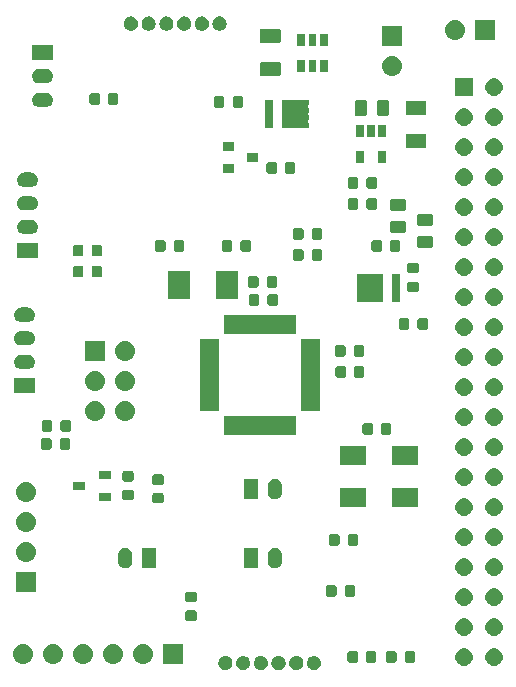
<source format=gbr>
G04 #@! TF.GenerationSoftware,KiCad,Pcbnew,(5.0.2)-1*
G04 #@! TF.CreationDate,2019-05-12T16:54:14-07:00*
G04 #@! TF.ProjectId,controlBoard_rev0401,636f6e74-726f-46c4-926f-6172645f7265,rev?*
G04 #@! TF.SameCoordinates,Original*
G04 #@! TF.FileFunction,Soldermask,Top*
G04 #@! TF.FilePolarity,Negative*
%FSLAX46Y46*%
G04 Gerber Fmt 4.6, Leading zero omitted, Abs format (unit mm)*
G04 Created by KiCad (PCBNEW (5.0.2)-1) date 5/12/2019 4:54:14 PM*
%MOMM*%
%LPD*%
G01*
G04 APERTURE LIST*
%ADD10C,0.100000*%
G04 APERTURE END LIST*
D10*
G36*
X27607012Y-55557057D02*
X27716207Y-55602287D01*
X27814481Y-55667952D01*
X27898048Y-55751519D01*
X27963713Y-55849793D01*
X28008943Y-55958988D01*
X28032000Y-56074904D01*
X28032000Y-56193096D01*
X28008943Y-56309012D01*
X27963713Y-56418207D01*
X27898048Y-56516481D01*
X27814481Y-56600048D01*
X27716207Y-56665713D01*
X27607012Y-56710943D01*
X27491096Y-56734000D01*
X27372904Y-56734000D01*
X27256988Y-56710943D01*
X27147793Y-56665713D01*
X27049519Y-56600048D01*
X26965952Y-56516481D01*
X26900287Y-56418207D01*
X26855057Y-56309012D01*
X26832000Y-56193096D01*
X26832000Y-56074904D01*
X26855057Y-55958988D01*
X26900287Y-55849793D01*
X26965952Y-55751519D01*
X27049519Y-55667952D01*
X27147793Y-55602287D01*
X27256988Y-55557057D01*
X27372904Y-55534000D01*
X27491096Y-55534000D01*
X27607012Y-55557057D01*
X27607012Y-55557057D01*
G37*
G36*
X26107012Y-55557057D02*
X26216207Y-55602287D01*
X26314481Y-55667952D01*
X26398048Y-55751519D01*
X26463713Y-55849793D01*
X26508943Y-55958988D01*
X26532000Y-56074904D01*
X26532000Y-56193096D01*
X26508943Y-56309012D01*
X26463713Y-56418207D01*
X26398048Y-56516481D01*
X26314481Y-56600048D01*
X26216207Y-56665713D01*
X26107012Y-56710943D01*
X25991096Y-56734000D01*
X25872904Y-56734000D01*
X25756988Y-56710943D01*
X25647793Y-56665713D01*
X25549519Y-56600048D01*
X25465952Y-56516481D01*
X25400287Y-56418207D01*
X25355057Y-56309012D01*
X25332000Y-56193096D01*
X25332000Y-56074904D01*
X25355057Y-55958988D01*
X25400287Y-55849793D01*
X25465952Y-55751519D01*
X25549519Y-55667952D01*
X25647793Y-55602287D01*
X25756988Y-55557057D01*
X25872904Y-55534000D01*
X25991096Y-55534000D01*
X26107012Y-55557057D01*
X26107012Y-55557057D01*
G37*
G36*
X20107012Y-55557057D02*
X20216207Y-55602287D01*
X20314481Y-55667952D01*
X20398048Y-55751519D01*
X20463713Y-55849793D01*
X20508943Y-55958988D01*
X20532000Y-56074904D01*
X20532000Y-56193096D01*
X20508943Y-56309012D01*
X20463713Y-56418207D01*
X20398048Y-56516481D01*
X20314481Y-56600048D01*
X20216207Y-56665713D01*
X20107012Y-56710943D01*
X19991096Y-56734000D01*
X19872904Y-56734000D01*
X19756988Y-56710943D01*
X19647793Y-56665713D01*
X19549519Y-56600048D01*
X19465952Y-56516481D01*
X19400287Y-56418207D01*
X19355057Y-56309012D01*
X19332000Y-56193096D01*
X19332000Y-56074904D01*
X19355057Y-55958988D01*
X19400287Y-55849793D01*
X19465952Y-55751519D01*
X19549519Y-55667952D01*
X19647793Y-55602287D01*
X19756988Y-55557057D01*
X19872904Y-55534000D01*
X19991096Y-55534000D01*
X20107012Y-55557057D01*
X20107012Y-55557057D01*
G37*
G36*
X21607012Y-55557057D02*
X21716207Y-55602287D01*
X21814481Y-55667952D01*
X21898048Y-55751519D01*
X21963713Y-55849793D01*
X22008943Y-55958988D01*
X22032000Y-56074904D01*
X22032000Y-56193096D01*
X22008943Y-56309012D01*
X21963713Y-56418207D01*
X21898048Y-56516481D01*
X21814481Y-56600048D01*
X21716207Y-56665713D01*
X21607012Y-56710943D01*
X21491096Y-56734000D01*
X21372904Y-56734000D01*
X21256988Y-56710943D01*
X21147793Y-56665713D01*
X21049519Y-56600048D01*
X20965952Y-56516481D01*
X20900287Y-56418207D01*
X20855057Y-56309012D01*
X20832000Y-56193096D01*
X20832000Y-56074904D01*
X20855057Y-55958988D01*
X20900287Y-55849793D01*
X20965952Y-55751519D01*
X21049519Y-55667952D01*
X21147793Y-55602287D01*
X21256988Y-55557057D01*
X21372904Y-55534000D01*
X21491096Y-55534000D01*
X21607012Y-55557057D01*
X21607012Y-55557057D01*
G37*
G36*
X24607012Y-55557057D02*
X24716207Y-55602287D01*
X24814481Y-55667952D01*
X24898048Y-55751519D01*
X24963713Y-55849793D01*
X25008943Y-55958988D01*
X25032000Y-56074904D01*
X25032000Y-56193096D01*
X25008943Y-56309012D01*
X24963713Y-56418207D01*
X24898048Y-56516481D01*
X24814481Y-56600048D01*
X24716207Y-56665713D01*
X24607012Y-56710943D01*
X24491096Y-56734000D01*
X24372904Y-56734000D01*
X24256988Y-56710943D01*
X24147793Y-56665713D01*
X24049519Y-56600048D01*
X23965952Y-56516481D01*
X23900287Y-56418207D01*
X23855057Y-56309012D01*
X23832000Y-56193096D01*
X23832000Y-56074904D01*
X23855057Y-55958988D01*
X23900287Y-55849793D01*
X23965952Y-55751519D01*
X24049519Y-55667952D01*
X24147793Y-55602287D01*
X24256988Y-55557057D01*
X24372904Y-55534000D01*
X24491096Y-55534000D01*
X24607012Y-55557057D01*
X24607012Y-55557057D01*
G37*
G36*
X23107012Y-55557057D02*
X23216207Y-55602287D01*
X23314481Y-55667952D01*
X23398048Y-55751519D01*
X23463713Y-55849793D01*
X23508943Y-55958988D01*
X23532000Y-56074904D01*
X23532000Y-56193096D01*
X23508943Y-56309012D01*
X23463713Y-56418207D01*
X23398048Y-56516481D01*
X23314481Y-56600048D01*
X23216207Y-56665713D01*
X23107012Y-56710943D01*
X22991096Y-56734000D01*
X22872904Y-56734000D01*
X22756988Y-56710943D01*
X22647793Y-56665713D01*
X22549519Y-56600048D01*
X22465952Y-56516481D01*
X22400287Y-56418207D01*
X22355057Y-56309012D01*
X22332000Y-56193096D01*
X22332000Y-56074904D01*
X22355057Y-55958988D01*
X22400287Y-55849793D01*
X22465952Y-55751519D01*
X22549519Y-55667952D01*
X22647793Y-55602287D01*
X22756988Y-55557057D01*
X22872904Y-55534000D01*
X22991096Y-55534000D01*
X23107012Y-55557057D01*
X23107012Y-55557057D01*
G37*
G36*
X42819027Y-54886852D02*
X42960401Y-54929738D01*
X43090694Y-54999380D01*
X43204896Y-55093104D01*
X43298620Y-55207306D01*
X43368262Y-55337599D01*
X43411148Y-55478973D01*
X43425628Y-55626000D01*
X43411148Y-55773027D01*
X43368262Y-55914401D01*
X43298620Y-56044694D01*
X43204896Y-56158896D01*
X43090694Y-56252620D01*
X42960401Y-56322262D01*
X42819027Y-56365148D01*
X42708839Y-56376000D01*
X42635161Y-56376000D01*
X42524973Y-56365148D01*
X42383599Y-56322262D01*
X42253306Y-56252620D01*
X42139104Y-56158896D01*
X42045380Y-56044694D01*
X41975738Y-55914401D01*
X41932852Y-55773027D01*
X41918372Y-55626000D01*
X41932852Y-55478973D01*
X41975738Y-55337599D01*
X42045380Y-55207306D01*
X42139104Y-55093104D01*
X42253306Y-54999380D01*
X42383599Y-54929738D01*
X42524973Y-54886852D01*
X42635161Y-54876000D01*
X42708839Y-54876000D01*
X42819027Y-54886852D01*
X42819027Y-54886852D01*
G37*
G36*
X40279027Y-54886852D02*
X40420401Y-54929738D01*
X40550694Y-54999380D01*
X40664896Y-55093104D01*
X40758620Y-55207306D01*
X40828262Y-55337599D01*
X40871148Y-55478973D01*
X40885628Y-55626000D01*
X40871148Y-55773027D01*
X40828262Y-55914401D01*
X40758620Y-56044694D01*
X40664896Y-56158896D01*
X40550694Y-56252620D01*
X40420401Y-56322262D01*
X40279027Y-56365148D01*
X40168839Y-56376000D01*
X40095161Y-56376000D01*
X39984973Y-56365148D01*
X39843599Y-56322262D01*
X39713306Y-56252620D01*
X39599104Y-56158896D01*
X39505380Y-56044694D01*
X39435738Y-55914401D01*
X39392852Y-55773027D01*
X39378372Y-55626000D01*
X39392852Y-55478973D01*
X39435738Y-55337599D01*
X39505380Y-55207306D01*
X39599104Y-55093104D01*
X39713306Y-54999380D01*
X39843599Y-54929738D01*
X39984973Y-54886852D01*
X40095161Y-54876000D01*
X40168839Y-54876000D01*
X40279027Y-54886852D01*
X40279027Y-54886852D01*
G37*
G36*
X16344000Y-56222000D02*
X14644000Y-56222000D01*
X14644000Y-54522000D01*
X16344000Y-54522000D01*
X16344000Y-56222000D01*
X16344000Y-56222000D01*
G37*
G36*
X10580630Y-54534299D02*
X10740855Y-54582903D01*
X10888520Y-54661831D01*
X11017949Y-54768051D01*
X11124169Y-54897480D01*
X11203097Y-55045145D01*
X11251701Y-55205370D01*
X11268112Y-55372000D01*
X11251701Y-55538630D01*
X11203097Y-55698855D01*
X11124169Y-55846520D01*
X11017949Y-55975949D01*
X10888520Y-56082169D01*
X10740855Y-56161097D01*
X10580630Y-56209701D01*
X10455752Y-56222000D01*
X10372248Y-56222000D01*
X10247370Y-56209701D01*
X10087145Y-56161097D01*
X9939480Y-56082169D01*
X9810051Y-55975949D01*
X9703831Y-55846520D01*
X9624903Y-55698855D01*
X9576299Y-55538630D01*
X9559888Y-55372000D01*
X9576299Y-55205370D01*
X9624903Y-55045145D01*
X9703831Y-54897480D01*
X9810051Y-54768051D01*
X9939480Y-54661831D01*
X10087145Y-54582903D01*
X10247370Y-54534299D01*
X10372248Y-54522000D01*
X10455752Y-54522000D01*
X10580630Y-54534299D01*
X10580630Y-54534299D01*
G37*
G36*
X8040630Y-54534299D02*
X8200855Y-54582903D01*
X8348520Y-54661831D01*
X8477949Y-54768051D01*
X8584169Y-54897480D01*
X8663097Y-55045145D01*
X8711701Y-55205370D01*
X8728112Y-55372000D01*
X8711701Y-55538630D01*
X8663097Y-55698855D01*
X8584169Y-55846520D01*
X8477949Y-55975949D01*
X8348520Y-56082169D01*
X8200855Y-56161097D01*
X8040630Y-56209701D01*
X7915752Y-56222000D01*
X7832248Y-56222000D01*
X7707370Y-56209701D01*
X7547145Y-56161097D01*
X7399480Y-56082169D01*
X7270051Y-55975949D01*
X7163831Y-55846520D01*
X7084903Y-55698855D01*
X7036299Y-55538630D01*
X7019888Y-55372000D01*
X7036299Y-55205370D01*
X7084903Y-55045145D01*
X7163831Y-54897480D01*
X7270051Y-54768051D01*
X7399480Y-54661831D01*
X7547145Y-54582903D01*
X7707370Y-54534299D01*
X7832248Y-54522000D01*
X7915752Y-54522000D01*
X8040630Y-54534299D01*
X8040630Y-54534299D01*
G37*
G36*
X5500630Y-54534299D02*
X5660855Y-54582903D01*
X5808520Y-54661831D01*
X5937949Y-54768051D01*
X6044169Y-54897480D01*
X6123097Y-55045145D01*
X6171701Y-55205370D01*
X6188112Y-55372000D01*
X6171701Y-55538630D01*
X6123097Y-55698855D01*
X6044169Y-55846520D01*
X5937949Y-55975949D01*
X5808520Y-56082169D01*
X5660855Y-56161097D01*
X5500630Y-56209701D01*
X5375752Y-56222000D01*
X5292248Y-56222000D01*
X5167370Y-56209701D01*
X5007145Y-56161097D01*
X4859480Y-56082169D01*
X4730051Y-55975949D01*
X4623831Y-55846520D01*
X4544903Y-55698855D01*
X4496299Y-55538630D01*
X4479888Y-55372000D01*
X4496299Y-55205370D01*
X4544903Y-55045145D01*
X4623831Y-54897480D01*
X4730051Y-54768051D01*
X4859480Y-54661831D01*
X5007145Y-54582903D01*
X5167370Y-54534299D01*
X5292248Y-54522000D01*
X5375752Y-54522000D01*
X5500630Y-54534299D01*
X5500630Y-54534299D01*
G37*
G36*
X2960630Y-54534299D02*
X3120855Y-54582903D01*
X3268520Y-54661831D01*
X3397949Y-54768051D01*
X3504169Y-54897480D01*
X3583097Y-55045145D01*
X3631701Y-55205370D01*
X3648112Y-55372000D01*
X3631701Y-55538630D01*
X3583097Y-55698855D01*
X3504169Y-55846520D01*
X3397949Y-55975949D01*
X3268520Y-56082169D01*
X3120855Y-56161097D01*
X2960630Y-56209701D01*
X2835752Y-56222000D01*
X2752248Y-56222000D01*
X2627370Y-56209701D01*
X2467145Y-56161097D01*
X2319480Y-56082169D01*
X2190051Y-55975949D01*
X2083831Y-55846520D01*
X2004903Y-55698855D01*
X1956299Y-55538630D01*
X1939888Y-55372000D01*
X1956299Y-55205370D01*
X2004903Y-55045145D01*
X2083831Y-54897480D01*
X2190051Y-54768051D01*
X2319480Y-54661831D01*
X2467145Y-54582903D01*
X2627370Y-54534299D01*
X2752248Y-54522000D01*
X2835752Y-54522000D01*
X2960630Y-54534299D01*
X2960630Y-54534299D01*
G37*
G36*
X13120630Y-54534299D02*
X13280855Y-54582903D01*
X13428520Y-54661831D01*
X13557949Y-54768051D01*
X13664169Y-54897480D01*
X13743097Y-55045145D01*
X13791701Y-55205370D01*
X13808112Y-55372000D01*
X13791701Y-55538630D01*
X13743097Y-55698855D01*
X13664169Y-55846520D01*
X13557949Y-55975949D01*
X13428520Y-56082169D01*
X13280855Y-56161097D01*
X13120630Y-56209701D01*
X12995752Y-56222000D01*
X12912248Y-56222000D01*
X12787370Y-56209701D01*
X12627145Y-56161097D01*
X12479480Y-56082169D01*
X12350051Y-55975949D01*
X12243831Y-55846520D01*
X12164903Y-55698855D01*
X12116299Y-55538630D01*
X12099888Y-55372000D01*
X12116299Y-55205370D01*
X12164903Y-55045145D01*
X12243831Y-54897480D01*
X12350051Y-54768051D01*
X12479480Y-54661831D01*
X12627145Y-54582903D01*
X12787370Y-54534299D01*
X12912248Y-54522000D01*
X12995752Y-54522000D01*
X13120630Y-54534299D01*
X13120630Y-54534299D01*
G37*
G36*
X35871616Y-55154595D02*
X35900813Y-55163452D01*
X35927718Y-55177833D01*
X35951308Y-55197192D01*
X35970667Y-55220782D01*
X35985048Y-55247687D01*
X35993905Y-55276884D01*
X35997500Y-55313390D01*
X35997500Y-55938610D01*
X35993905Y-55975116D01*
X35985048Y-56004313D01*
X35970667Y-56031218D01*
X35951308Y-56054808D01*
X35927718Y-56074167D01*
X35900813Y-56088548D01*
X35871616Y-56097405D01*
X35835110Y-56101000D01*
X35284890Y-56101000D01*
X35248384Y-56097405D01*
X35219187Y-56088548D01*
X35192282Y-56074167D01*
X35168692Y-56054808D01*
X35149333Y-56031218D01*
X35134952Y-56004313D01*
X35126095Y-55975116D01*
X35122500Y-55938610D01*
X35122500Y-55313390D01*
X35126095Y-55276884D01*
X35134952Y-55247687D01*
X35149333Y-55220782D01*
X35168692Y-55197192D01*
X35192282Y-55177833D01*
X35219187Y-55163452D01*
X35248384Y-55154595D01*
X35284890Y-55151000D01*
X35835110Y-55151000D01*
X35871616Y-55154595D01*
X35871616Y-55154595D01*
G37*
G36*
X34296616Y-55154595D02*
X34325813Y-55163452D01*
X34352718Y-55177833D01*
X34376308Y-55197192D01*
X34395667Y-55220782D01*
X34410048Y-55247687D01*
X34418905Y-55276884D01*
X34422500Y-55313390D01*
X34422500Y-55938610D01*
X34418905Y-55975116D01*
X34410048Y-56004313D01*
X34395667Y-56031218D01*
X34376308Y-56054808D01*
X34352718Y-56074167D01*
X34325813Y-56088548D01*
X34296616Y-56097405D01*
X34260110Y-56101000D01*
X33709890Y-56101000D01*
X33673384Y-56097405D01*
X33644187Y-56088548D01*
X33617282Y-56074167D01*
X33593692Y-56054808D01*
X33574333Y-56031218D01*
X33559952Y-56004313D01*
X33551095Y-55975116D01*
X33547500Y-55938610D01*
X33547500Y-55313390D01*
X33551095Y-55276884D01*
X33559952Y-55247687D01*
X33574333Y-55220782D01*
X33593692Y-55197192D01*
X33617282Y-55177833D01*
X33644187Y-55163452D01*
X33673384Y-55154595D01*
X33709890Y-55151000D01*
X34260110Y-55151000D01*
X34296616Y-55154595D01*
X34296616Y-55154595D01*
G37*
G36*
X32595116Y-55154595D02*
X32624313Y-55163452D01*
X32651218Y-55177833D01*
X32674808Y-55197192D01*
X32694167Y-55220782D01*
X32708548Y-55247687D01*
X32717405Y-55276884D01*
X32721000Y-55313390D01*
X32721000Y-55938610D01*
X32717405Y-55975116D01*
X32708548Y-56004313D01*
X32694167Y-56031218D01*
X32674808Y-56054808D01*
X32651218Y-56074167D01*
X32624313Y-56088548D01*
X32595116Y-56097405D01*
X32558610Y-56101000D01*
X32008390Y-56101000D01*
X31971884Y-56097405D01*
X31942687Y-56088548D01*
X31915782Y-56074167D01*
X31892192Y-56054808D01*
X31872833Y-56031218D01*
X31858452Y-56004313D01*
X31849595Y-55975116D01*
X31846000Y-55938610D01*
X31846000Y-55313390D01*
X31849595Y-55276884D01*
X31858452Y-55247687D01*
X31872833Y-55220782D01*
X31892192Y-55197192D01*
X31915782Y-55177833D01*
X31942687Y-55163452D01*
X31971884Y-55154595D01*
X32008390Y-55151000D01*
X32558610Y-55151000D01*
X32595116Y-55154595D01*
X32595116Y-55154595D01*
G37*
G36*
X31020116Y-55154595D02*
X31049313Y-55163452D01*
X31076218Y-55177833D01*
X31099808Y-55197192D01*
X31119167Y-55220782D01*
X31133548Y-55247687D01*
X31142405Y-55276884D01*
X31146000Y-55313390D01*
X31146000Y-55938610D01*
X31142405Y-55975116D01*
X31133548Y-56004313D01*
X31119167Y-56031218D01*
X31099808Y-56054808D01*
X31076218Y-56074167D01*
X31049313Y-56088548D01*
X31020116Y-56097405D01*
X30983610Y-56101000D01*
X30433390Y-56101000D01*
X30396884Y-56097405D01*
X30367687Y-56088548D01*
X30340782Y-56074167D01*
X30317192Y-56054808D01*
X30297833Y-56031218D01*
X30283452Y-56004313D01*
X30274595Y-55975116D01*
X30271000Y-55938610D01*
X30271000Y-55313390D01*
X30274595Y-55276884D01*
X30283452Y-55247687D01*
X30297833Y-55220782D01*
X30317192Y-55197192D01*
X30340782Y-55177833D01*
X30367687Y-55163452D01*
X30396884Y-55154595D01*
X30433390Y-55151000D01*
X30983610Y-55151000D01*
X31020116Y-55154595D01*
X31020116Y-55154595D01*
G37*
G36*
X42819027Y-52346852D02*
X42960401Y-52389738D01*
X43090694Y-52459380D01*
X43204896Y-52553104D01*
X43298620Y-52667306D01*
X43368262Y-52797599D01*
X43411148Y-52938973D01*
X43425628Y-53086000D01*
X43411148Y-53233027D01*
X43368262Y-53374401D01*
X43298620Y-53504694D01*
X43204896Y-53618896D01*
X43090694Y-53712620D01*
X42960401Y-53782262D01*
X42819027Y-53825148D01*
X42708839Y-53836000D01*
X42635161Y-53836000D01*
X42524973Y-53825148D01*
X42383599Y-53782262D01*
X42253306Y-53712620D01*
X42139104Y-53618896D01*
X42045380Y-53504694D01*
X41975738Y-53374401D01*
X41932852Y-53233027D01*
X41918372Y-53086000D01*
X41932852Y-52938973D01*
X41975738Y-52797599D01*
X42045380Y-52667306D01*
X42139104Y-52553104D01*
X42253306Y-52459380D01*
X42383599Y-52389738D01*
X42524973Y-52346852D01*
X42635161Y-52336000D01*
X42708839Y-52336000D01*
X42819027Y-52346852D01*
X42819027Y-52346852D01*
G37*
G36*
X40279027Y-52346852D02*
X40420401Y-52389738D01*
X40550694Y-52459380D01*
X40664896Y-52553104D01*
X40758620Y-52667306D01*
X40828262Y-52797599D01*
X40871148Y-52938973D01*
X40885628Y-53086000D01*
X40871148Y-53233027D01*
X40828262Y-53374401D01*
X40758620Y-53504694D01*
X40664896Y-53618896D01*
X40550694Y-53712620D01*
X40420401Y-53782262D01*
X40279027Y-53825148D01*
X40168839Y-53836000D01*
X40095161Y-53836000D01*
X39984973Y-53825148D01*
X39843599Y-53782262D01*
X39713306Y-53712620D01*
X39599104Y-53618896D01*
X39505380Y-53504694D01*
X39435738Y-53374401D01*
X39392852Y-53233027D01*
X39378372Y-53086000D01*
X39392852Y-52938973D01*
X39435738Y-52797599D01*
X39505380Y-52667306D01*
X39599104Y-52553104D01*
X39713306Y-52459380D01*
X39843599Y-52389738D01*
X39984973Y-52346852D01*
X40095161Y-52336000D01*
X40168839Y-52336000D01*
X40279027Y-52346852D01*
X40279027Y-52346852D01*
G37*
G36*
X17367116Y-51687095D02*
X17396313Y-51695952D01*
X17423218Y-51710333D01*
X17446808Y-51729692D01*
X17466167Y-51753282D01*
X17480548Y-51780187D01*
X17489405Y-51809384D01*
X17493000Y-51845890D01*
X17493000Y-52396110D01*
X17489405Y-52432616D01*
X17480548Y-52461813D01*
X17466167Y-52488718D01*
X17446808Y-52512308D01*
X17423218Y-52531667D01*
X17396313Y-52546048D01*
X17367116Y-52554905D01*
X17330610Y-52558500D01*
X16705390Y-52558500D01*
X16668884Y-52554905D01*
X16639687Y-52546048D01*
X16612782Y-52531667D01*
X16589192Y-52512308D01*
X16569833Y-52488718D01*
X16555452Y-52461813D01*
X16546595Y-52432616D01*
X16543000Y-52396110D01*
X16543000Y-51845890D01*
X16546595Y-51809384D01*
X16555452Y-51780187D01*
X16569833Y-51753282D01*
X16589192Y-51729692D01*
X16612782Y-51710333D01*
X16639687Y-51695952D01*
X16668884Y-51687095D01*
X16705390Y-51683500D01*
X17330610Y-51683500D01*
X17367116Y-51687095D01*
X17367116Y-51687095D01*
G37*
G36*
X42819027Y-49806852D02*
X42960401Y-49849738D01*
X43090694Y-49919380D01*
X43204896Y-50013104D01*
X43298620Y-50127306D01*
X43368262Y-50257599D01*
X43411148Y-50398973D01*
X43425628Y-50546000D01*
X43411148Y-50693027D01*
X43368262Y-50834401D01*
X43298620Y-50964694D01*
X43204896Y-51078896D01*
X43090694Y-51172620D01*
X42960401Y-51242262D01*
X42819027Y-51285148D01*
X42708839Y-51296000D01*
X42635161Y-51296000D01*
X42524973Y-51285148D01*
X42383599Y-51242262D01*
X42253306Y-51172620D01*
X42139104Y-51078896D01*
X42045380Y-50964694D01*
X41975738Y-50834401D01*
X41932852Y-50693027D01*
X41918372Y-50546000D01*
X41932852Y-50398973D01*
X41975738Y-50257599D01*
X42045380Y-50127306D01*
X42139104Y-50013104D01*
X42253306Y-49919380D01*
X42383599Y-49849738D01*
X42524973Y-49806852D01*
X42635161Y-49796000D01*
X42708839Y-49796000D01*
X42819027Y-49806852D01*
X42819027Y-49806852D01*
G37*
G36*
X40279027Y-49806852D02*
X40420401Y-49849738D01*
X40550694Y-49919380D01*
X40664896Y-50013104D01*
X40758620Y-50127306D01*
X40828262Y-50257599D01*
X40871148Y-50398973D01*
X40885628Y-50546000D01*
X40871148Y-50693027D01*
X40828262Y-50834401D01*
X40758620Y-50964694D01*
X40664896Y-51078896D01*
X40550694Y-51172620D01*
X40420401Y-51242262D01*
X40279027Y-51285148D01*
X40168839Y-51296000D01*
X40095161Y-51296000D01*
X39984973Y-51285148D01*
X39843599Y-51242262D01*
X39713306Y-51172620D01*
X39599104Y-51078896D01*
X39505380Y-50964694D01*
X39435738Y-50834401D01*
X39392852Y-50693027D01*
X39378372Y-50546000D01*
X39392852Y-50398973D01*
X39435738Y-50257599D01*
X39505380Y-50127306D01*
X39599104Y-50013104D01*
X39713306Y-49919380D01*
X39843599Y-49849738D01*
X39984973Y-49806852D01*
X40095161Y-49796000D01*
X40168839Y-49796000D01*
X40279027Y-49806852D01*
X40279027Y-49806852D01*
G37*
G36*
X17367116Y-50112095D02*
X17396313Y-50120952D01*
X17423218Y-50135333D01*
X17446808Y-50154692D01*
X17466167Y-50178282D01*
X17480548Y-50205187D01*
X17489405Y-50234384D01*
X17493000Y-50270890D01*
X17493000Y-50821110D01*
X17489405Y-50857616D01*
X17480548Y-50886813D01*
X17466167Y-50913718D01*
X17446808Y-50937308D01*
X17423218Y-50956667D01*
X17396313Y-50971048D01*
X17367116Y-50979905D01*
X17330610Y-50983500D01*
X16705390Y-50983500D01*
X16668884Y-50979905D01*
X16639687Y-50971048D01*
X16612782Y-50956667D01*
X16589192Y-50937308D01*
X16569833Y-50913718D01*
X16555452Y-50886813D01*
X16546595Y-50857616D01*
X16543000Y-50821110D01*
X16543000Y-50270890D01*
X16546595Y-50234384D01*
X16555452Y-50205187D01*
X16569833Y-50178282D01*
X16589192Y-50154692D01*
X16612782Y-50135333D01*
X16639687Y-50120952D01*
X16668884Y-50112095D01*
X16705390Y-50108500D01*
X17330610Y-50108500D01*
X17367116Y-50112095D01*
X17367116Y-50112095D01*
G37*
G36*
X30791616Y-49566595D02*
X30820813Y-49575452D01*
X30847718Y-49589833D01*
X30871308Y-49609192D01*
X30890667Y-49632782D01*
X30905048Y-49659687D01*
X30913905Y-49688884D01*
X30917500Y-49725390D01*
X30917500Y-50350610D01*
X30913905Y-50387116D01*
X30905048Y-50416313D01*
X30890667Y-50443218D01*
X30871308Y-50466808D01*
X30847718Y-50486167D01*
X30820813Y-50500548D01*
X30791616Y-50509405D01*
X30755110Y-50513000D01*
X30204890Y-50513000D01*
X30168384Y-50509405D01*
X30139187Y-50500548D01*
X30112282Y-50486167D01*
X30088692Y-50466808D01*
X30069333Y-50443218D01*
X30054952Y-50416313D01*
X30046095Y-50387116D01*
X30042500Y-50350610D01*
X30042500Y-49725390D01*
X30046095Y-49688884D01*
X30054952Y-49659687D01*
X30069333Y-49632782D01*
X30088692Y-49609192D01*
X30112282Y-49589833D01*
X30139187Y-49575452D01*
X30168384Y-49566595D01*
X30204890Y-49563000D01*
X30755110Y-49563000D01*
X30791616Y-49566595D01*
X30791616Y-49566595D01*
G37*
G36*
X29216616Y-49566595D02*
X29245813Y-49575452D01*
X29272718Y-49589833D01*
X29296308Y-49609192D01*
X29315667Y-49632782D01*
X29330048Y-49659687D01*
X29338905Y-49688884D01*
X29342500Y-49725390D01*
X29342500Y-50350610D01*
X29338905Y-50387116D01*
X29330048Y-50416313D01*
X29315667Y-50443218D01*
X29296308Y-50466808D01*
X29272718Y-50486167D01*
X29245813Y-50500548D01*
X29216616Y-50509405D01*
X29180110Y-50513000D01*
X28629890Y-50513000D01*
X28593384Y-50509405D01*
X28564187Y-50500548D01*
X28537282Y-50486167D01*
X28513692Y-50466808D01*
X28494333Y-50443218D01*
X28479952Y-50416313D01*
X28471095Y-50387116D01*
X28467500Y-50350610D01*
X28467500Y-49725390D01*
X28471095Y-49688884D01*
X28479952Y-49659687D01*
X28494333Y-49632782D01*
X28513692Y-49609192D01*
X28537282Y-49589833D01*
X28564187Y-49575452D01*
X28593384Y-49566595D01*
X28629890Y-49563000D01*
X29180110Y-49563000D01*
X29216616Y-49566595D01*
X29216616Y-49566595D01*
G37*
G36*
X3898000Y-50126000D02*
X2198000Y-50126000D01*
X2198000Y-48426000D01*
X3898000Y-48426000D01*
X3898000Y-50126000D01*
X3898000Y-50126000D01*
G37*
G36*
X42819027Y-47266852D02*
X42960401Y-47309738D01*
X43090694Y-47379380D01*
X43204896Y-47473104D01*
X43298620Y-47587306D01*
X43368262Y-47717599D01*
X43411148Y-47858973D01*
X43425628Y-48006000D01*
X43411148Y-48153027D01*
X43368262Y-48294401D01*
X43298620Y-48424694D01*
X43204896Y-48538896D01*
X43090694Y-48632620D01*
X42960401Y-48702262D01*
X42819027Y-48745148D01*
X42708839Y-48756000D01*
X42635161Y-48756000D01*
X42524973Y-48745148D01*
X42383599Y-48702262D01*
X42253306Y-48632620D01*
X42139104Y-48538896D01*
X42045380Y-48424694D01*
X41975738Y-48294401D01*
X41932852Y-48153027D01*
X41918372Y-48006000D01*
X41932852Y-47858973D01*
X41975738Y-47717599D01*
X42045380Y-47587306D01*
X42139104Y-47473104D01*
X42253306Y-47379380D01*
X42383599Y-47309738D01*
X42524973Y-47266852D01*
X42635161Y-47256000D01*
X42708839Y-47256000D01*
X42819027Y-47266852D01*
X42819027Y-47266852D01*
G37*
G36*
X40279027Y-47266852D02*
X40420401Y-47309738D01*
X40550694Y-47379380D01*
X40664896Y-47473104D01*
X40758620Y-47587306D01*
X40828262Y-47717599D01*
X40871148Y-47858973D01*
X40885628Y-48006000D01*
X40871148Y-48153027D01*
X40828262Y-48294401D01*
X40758620Y-48424694D01*
X40664896Y-48538896D01*
X40550694Y-48632620D01*
X40420401Y-48702262D01*
X40279027Y-48745148D01*
X40168839Y-48756000D01*
X40095161Y-48756000D01*
X39984973Y-48745148D01*
X39843599Y-48702262D01*
X39713306Y-48632620D01*
X39599104Y-48538896D01*
X39505380Y-48424694D01*
X39435738Y-48294401D01*
X39392852Y-48153027D01*
X39378372Y-48006000D01*
X39392852Y-47858973D01*
X39435738Y-47717599D01*
X39505380Y-47587306D01*
X39599104Y-47473104D01*
X39713306Y-47379380D01*
X39843599Y-47309738D01*
X39984973Y-47266852D01*
X40095161Y-47256000D01*
X40168839Y-47256000D01*
X40279027Y-47266852D01*
X40279027Y-47266852D01*
G37*
G36*
X24215620Y-46377682D02*
X24328720Y-46411990D01*
X24432954Y-46467704D01*
X24524317Y-46542683D01*
X24599296Y-46634045D01*
X24655010Y-46738279D01*
X24689318Y-46851379D01*
X24698000Y-46939526D01*
X24698000Y-47548474D01*
X24689318Y-47636621D01*
X24655010Y-47749721D01*
X24599296Y-47853955D01*
X24524317Y-47945317D01*
X24432955Y-48020296D01*
X24328721Y-48076010D01*
X24215621Y-48110318D01*
X24098000Y-48121903D01*
X23980380Y-48110318D01*
X23867280Y-48076010D01*
X23763046Y-48020296D01*
X23671684Y-47945317D01*
X23596705Y-47853955D01*
X23540990Y-47749721D01*
X23506682Y-47636621D01*
X23498000Y-47548474D01*
X23498000Y-46939527D01*
X23506682Y-46851380D01*
X23540990Y-46738280D01*
X23596704Y-46634046D01*
X23671683Y-46542683D01*
X23763045Y-46467704D01*
X23867279Y-46411990D01*
X23980379Y-46377682D01*
X24098000Y-46366097D01*
X24215620Y-46377682D01*
X24215620Y-46377682D01*
G37*
G36*
X11579621Y-46377682D02*
X11692721Y-46411990D01*
X11796955Y-46467704D01*
X11888317Y-46542683D01*
X11963296Y-46634045D01*
X12019010Y-46738279D01*
X12053318Y-46851379D01*
X12062000Y-46939526D01*
X12062000Y-47548474D01*
X12053318Y-47636621D01*
X12019010Y-47749721D01*
X11963296Y-47853955D01*
X11888317Y-47945317D01*
X11796954Y-48020296D01*
X11692720Y-48076010D01*
X11579620Y-48110318D01*
X11462000Y-48121903D01*
X11344379Y-48110318D01*
X11231279Y-48076010D01*
X11127045Y-48020296D01*
X11035683Y-47945317D01*
X10960704Y-47853954D01*
X10904990Y-47749720D01*
X10870682Y-47636620D01*
X10862000Y-47548473D01*
X10862000Y-46939526D01*
X10870682Y-46851379D01*
X10904990Y-46738279D01*
X10960705Y-46634045D01*
X11035684Y-46542683D01*
X11127046Y-46467704D01*
X11231280Y-46411990D01*
X11344380Y-46377682D01*
X11462000Y-46366097D01*
X11579621Y-46377682D01*
X11579621Y-46377682D01*
G37*
G36*
X22698000Y-48119000D02*
X21498000Y-48119000D01*
X21498000Y-46369000D01*
X22698000Y-46369000D01*
X22698000Y-48119000D01*
X22698000Y-48119000D01*
G37*
G36*
X14062000Y-48119000D02*
X12862000Y-48119000D01*
X12862000Y-46369000D01*
X14062000Y-46369000D01*
X14062000Y-48119000D01*
X14062000Y-48119000D01*
G37*
G36*
X3214630Y-45898299D02*
X3374855Y-45946903D01*
X3522520Y-46025831D01*
X3651949Y-46132051D01*
X3758169Y-46261480D01*
X3837097Y-46409145D01*
X3885701Y-46569370D01*
X3902112Y-46736000D01*
X3885701Y-46902630D01*
X3837097Y-47062855D01*
X3758169Y-47210520D01*
X3651949Y-47339949D01*
X3522520Y-47446169D01*
X3374855Y-47525097D01*
X3214630Y-47573701D01*
X3089752Y-47586000D01*
X3006248Y-47586000D01*
X2881370Y-47573701D01*
X2721145Y-47525097D01*
X2573480Y-47446169D01*
X2444051Y-47339949D01*
X2337831Y-47210520D01*
X2258903Y-47062855D01*
X2210299Y-46902630D01*
X2193888Y-46736000D01*
X2210299Y-46569370D01*
X2258903Y-46409145D01*
X2337831Y-46261480D01*
X2444051Y-46132051D01*
X2573480Y-46025831D01*
X2721145Y-45946903D01*
X2881370Y-45898299D01*
X3006248Y-45886000D01*
X3089752Y-45886000D01*
X3214630Y-45898299D01*
X3214630Y-45898299D01*
G37*
G36*
X40279027Y-44726852D02*
X40420401Y-44769738D01*
X40550694Y-44839380D01*
X40664896Y-44933104D01*
X40758620Y-45047306D01*
X40828262Y-45177599D01*
X40871148Y-45318973D01*
X40885628Y-45466000D01*
X40871148Y-45613027D01*
X40828262Y-45754401D01*
X40758620Y-45884694D01*
X40664896Y-45998896D01*
X40550694Y-46092620D01*
X40420401Y-46162262D01*
X40279027Y-46205148D01*
X40168839Y-46216000D01*
X40095161Y-46216000D01*
X39984973Y-46205148D01*
X39843599Y-46162262D01*
X39713306Y-46092620D01*
X39599104Y-45998896D01*
X39505380Y-45884694D01*
X39435738Y-45754401D01*
X39392852Y-45613027D01*
X39378372Y-45466000D01*
X39392852Y-45318973D01*
X39435738Y-45177599D01*
X39505380Y-45047306D01*
X39599104Y-44933104D01*
X39713306Y-44839380D01*
X39843599Y-44769738D01*
X39984973Y-44726852D01*
X40095161Y-44716000D01*
X40168839Y-44716000D01*
X40279027Y-44726852D01*
X40279027Y-44726852D01*
G37*
G36*
X42819027Y-44726852D02*
X42960401Y-44769738D01*
X43090694Y-44839380D01*
X43204896Y-44933104D01*
X43298620Y-45047306D01*
X43368262Y-45177599D01*
X43411148Y-45318973D01*
X43425628Y-45466000D01*
X43411148Y-45613027D01*
X43368262Y-45754401D01*
X43298620Y-45884694D01*
X43204896Y-45998896D01*
X43090694Y-46092620D01*
X42960401Y-46162262D01*
X42819027Y-46205148D01*
X42708839Y-46216000D01*
X42635161Y-46216000D01*
X42524973Y-46205148D01*
X42383599Y-46162262D01*
X42253306Y-46092620D01*
X42139104Y-45998896D01*
X42045380Y-45884694D01*
X41975738Y-45754401D01*
X41932852Y-45613027D01*
X41918372Y-45466000D01*
X41932852Y-45318973D01*
X41975738Y-45177599D01*
X42045380Y-45047306D01*
X42139104Y-44933104D01*
X42253306Y-44839380D01*
X42383599Y-44769738D01*
X42524973Y-44726852D01*
X42635161Y-44716000D01*
X42708839Y-44716000D01*
X42819027Y-44726852D01*
X42819027Y-44726852D01*
G37*
G36*
X31045616Y-45248595D02*
X31074813Y-45257452D01*
X31101718Y-45271833D01*
X31125308Y-45291192D01*
X31144667Y-45314782D01*
X31159048Y-45341687D01*
X31167905Y-45370884D01*
X31171500Y-45407390D01*
X31171500Y-46032610D01*
X31167905Y-46069116D01*
X31159048Y-46098313D01*
X31144667Y-46125218D01*
X31125308Y-46148808D01*
X31101718Y-46168167D01*
X31074813Y-46182548D01*
X31045616Y-46191405D01*
X31009110Y-46195000D01*
X30458890Y-46195000D01*
X30422384Y-46191405D01*
X30393187Y-46182548D01*
X30366282Y-46168167D01*
X30342692Y-46148808D01*
X30323333Y-46125218D01*
X30308952Y-46098313D01*
X30300095Y-46069116D01*
X30296500Y-46032610D01*
X30296500Y-45407390D01*
X30300095Y-45370884D01*
X30308952Y-45341687D01*
X30323333Y-45314782D01*
X30342692Y-45291192D01*
X30366282Y-45271833D01*
X30393187Y-45257452D01*
X30422384Y-45248595D01*
X30458890Y-45245000D01*
X31009110Y-45245000D01*
X31045616Y-45248595D01*
X31045616Y-45248595D01*
G37*
G36*
X29470616Y-45248595D02*
X29499813Y-45257452D01*
X29526718Y-45271833D01*
X29550308Y-45291192D01*
X29569667Y-45314782D01*
X29584048Y-45341687D01*
X29592905Y-45370884D01*
X29596500Y-45407390D01*
X29596500Y-46032610D01*
X29592905Y-46069116D01*
X29584048Y-46098313D01*
X29569667Y-46125218D01*
X29550308Y-46148808D01*
X29526718Y-46168167D01*
X29499813Y-46182548D01*
X29470616Y-46191405D01*
X29434110Y-46195000D01*
X28883890Y-46195000D01*
X28847384Y-46191405D01*
X28818187Y-46182548D01*
X28791282Y-46168167D01*
X28767692Y-46148808D01*
X28748333Y-46125218D01*
X28733952Y-46098313D01*
X28725095Y-46069116D01*
X28721500Y-46032610D01*
X28721500Y-45407390D01*
X28725095Y-45370884D01*
X28733952Y-45341687D01*
X28748333Y-45314782D01*
X28767692Y-45291192D01*
X28791282Y-45271833D01*
X28818187Y-45257452D01*
X28847384Y-45248595D01*
X28883890Y-45245000D01*
X29434110Y-45245000D01*
X29470616Y-45248595D01*
X29470616Y-45248595D01*
G37*
G36*
X3214630Y-43358299D02*
X3374855Y-43406903D01*
X3522520Y-43485831D01*
X3651949Y-43592051D01*
X3758169Y-43721480D01*
X3837097Y-43869145D01*
X3885701Y-44029370D01*
X3902112Y-44196000D01*
X3885701Y-44362630D01*
X3837097Y-44522855D01*
X3758169Y-44670520D01*
X3651949Y-44799949D01*
X3522520Y-44906169D01*
X3374855Y-44985097D01*
X3214630Y-45033701D01*
X3089752Y-45046000D01*
X3006248Y-45046000D01*
X2881370Y-45033701D01*
X2721145Y-44985097D01*
X2573480Y-44906169D01*
X2444051Y-44799949D01*
X2337831Y-44670520D01*
X2258903Y-44522855D01*
X2210299Y-44362630D01*
X2193888Y-44196000D01*
X2210299Y-44029370D01*
X2258903Y-43869145D01*
X2337831Y-43721480D01*
X2444051Y-43592051D01*
X2573480Y-43485831D01*
X2721145Y-43406903D01*
X2881370Y-43358299D01*
X3006248Y-43346000D01*
X3089752Y-43346000D01*
X3214630Y-43358299D01*
X3214630Y-43358299D01*
G37*
G36*
X40279027Y-42186852D02*
X40420401Y-42229738D01*
X40550694Y-42299380D01*
X40664896Y-42393104D01*
X40758620Y-42507306D01*
X40828262Y-42637599D01*
X40871148Y-42778973D01*
X40885628Y-42926000D01*
X40871148Y-43073027D01*
X40828262Y-43214401D01*
X40758620Y-43344694D01*
X40664896Y-43458896D01*
X40550694Y-43552620D01*
X40420401Y-43622262D01*
X40279027Y-43665148D01*
X40168839Y-43676000D01*
X40095161Y-43676000D01*
X39984973Y-43665148D01*
X39843599Y-43622262D01*
X39713306Y-43552620D01*
X39599104Y-43458896D01*
X39505380Y-43344694D01*
X39435738Y-43214401D01*
X39392852Y-43073027D01*
X39378372Y-42926000D01*
X39392852Y-42778973D01*
X39435738Y-42637599D01*
X39505380Y-42507306D01*
X39599104Y-42393104D01*
X39713306Y-42299380D01*
X39843599Y-42229738D01*
X39984973Y-42186852D01*
X40095161Y-42176000D01*
X40168839Y-42176000D01*
X40279027Y-42186852D01*
X40279027Y-42186852D01*
G37*
G36*
X42819027Y-42186852D02*
X42960401Y-42229738D01*
X43090694Y-42299380D01*
X43204896Y-42393104D01*
X43298620Y-42507306D01*
X43368262Y-42637599D01*
X43411148Y-42778973D01*
X43425628Y-42926000D01*
X43411148Y-43073027D01*
X43368262Y-43214401D01*
X43298620Y-43344694D01*
X43204896Y-43458896D01*
X43090694Y-43552620D01*
X42960401Y-43622262D01*
X42819027Y-43665148D01*
X42708839Y-43676000D01*
X42635161Y-43676000D01*
X42524973Y-43665148D01*
X42383599Y-43622262D01*
X42253306Y-43552620D01*
X42139104Y-43458896D01*
X42045380Y-43344694D01*
X41975738Y-43214401D01*
X41932852Y-43073027D01*
X41918372Y-42926000D01*
X41932852Y-42778973D01*
X41975738Y-42637599D01*
X42045380Y-42507306D01*
X42139104Y-42393104D01*
X42253306Y-42299380D01*
X42383599Y-42229738D01*
X42524973Y-42186852D01*
X42635161Y-42176000D01*
X42708839Y-42176000D01*
X42819027Y-42186852D01*
X42819027Y-42186852D01*
G37*
G36*
X36259000Y-42964000D02*
X34009000Y-42964000D01*
X34009000Y-41364000D01*
X36259000Y-41364000D01*
X36259000Y-42964000D01*
X36259000Y-42964000D01*
G37*
G36*
X31859000Y-42964000D02*
X29609000Y-42964000D01*
X29609000Y-41364000D01*
X31859000Y-41364000D01*
X31859000Y-42964000D01*
X31859000Y-42964000D01*
G37*
G36*
X14573116Y-41755595D02*
X14602313Y-41764452D01*
X14629218Y-41778833D01*
X14652808Y-41798192D01*
X14672167Y-41821782D01*
X14686548Y-41848687D01*
X14695405Y-41877884D01*
X14699000Y-41914390D01*
X14699000Y-42464610D01*
X14695405Y-42501116D01*
X14686548Y-42530313D01*
X14672167Y-42557218D01*
X14652808Y-42580808D01*
X14629218Y-42600167D01*
X14602313Y-42614548D01*
X14573116Y-42623405D01*
X14536610Y-42627000D01*
X13911390Y-42627000D01*
X13874884Y-42623405D01*
X13845687Y-42614548D01*
X13818782Y-42600167D01*
X13795192Y-42580808D01*
X13775833Y-42557218D01*
X13761452Y-42530313D01*
X13752595Y-42501116D01*
X13749000Y-42464610D01*
X13749000Y-41914390D01*
X13752595Y-41877884D01*
X13761452Y-41848687D01*
X13775833Y-41821782D01*
X13795192Y-41798192D01*
X13818782Y-41778833D01*
X13845687Y-41764452D01*
X13874884Y-41755595D01*
X13911390Y-41752000D01*
X14536610Y-41752000D01*
X14573116Y-41755595D01*
X14573116Y-41755595D01*
G37*
G36*
X3214630Y-40818299D02*
X3374855Y-40866903D01*
X3522520Y-40945831D01*
X3651949Y-41052051D01*
X3758169Y-41181480D01*
X3837097Y-41329145D01*
X3885701Y-41489370D01*
X3902112Y-41656000D01*
X3885701Y-41822630D01*
X3837097Y-41982855D01*
X3758169Y-42130520D01*
X3651949Y-42259949D01*
X3522520Y-42366169D01*
X3374855Y-42445097D01*
X3214630Y-42493701D01*
X3089752Y-42506000D01*
X3006248Y-42506000D01*
X2881370Y-42493701D01*
X2721145Y-42445097D01*
X2573480Y-42366169D01*
X2444051Y-42259949D01*
X2337831Y-42130520D01*
X2258903Y-41982855D01*
X2210299Y-41822630D01*
X2193888Y-41656000D01*
X2210299Y-41489370D01*
X2258903Y-41329145D01*
X2337831Y-41181480D01*
X2444051Y-41052051D01*
X2573480Y-40945831D01*
X2721145Y-40866903D01*
X2881370Y-40818299D01*
X3006248Y-40806000D01*
X3089752Y-40806000D01*
X3214630Y-40818299D01*
X3214630Y-40818299D01*
G37*
G36*
X10266000Y-42423000D02*
X9206000Y-42423000D01*
X9206000Y-41773000D01*
X10266000Y-41773000D01*
X10266000Y-42423000D01*
X10266000Y-42423000D01*
G37*
G36*
X12033116Y-41476095D02*
X12062313Y-41484952D01*
X12089218Y-41499333D01*
X12112808Y-41518692D01*
X12132167Y-41542282D01*
X12146548Y-41569187D01*
X12155405Y-41598384D01*
X12159000Y-41634890D01*
X12159000Y-42185110D01*
X12155405Y-42221616D01*
X12146548Y-42250813D01*
X12132167Y-42277718D01*
X12112808Y-42301308D01*
X12089218Y-42320667D01*
X12062313Y-42335048D01*
X12033116Y-42343905D01*
X11996610Y-42347500D01*
X11371390Y-42347500D01*
X11334884Y-42343905D01*
X11305687Y-42335048D01*
X11278782Y-42320667D01*
X11255192Y-42301308D01*
X11235833Y-42277718D01*
X11221452Y-42250813D01*
X11212595Y-42221616D01*
X11209000Y-42185110D01*
X11209000Y-41634890D01*
X11212595Y-41598384D01*
X11221452Y-41569187D01*
X11235833Y-41542282D01*
X11255192Y-41518692D01*
X11278782Y-41499333D01*
X11305687Y-41484952D01*
X11334884Y-41476095D01*
X11371390Y-41472500D01*
X11996610Y-41472500D01*
X12033116Y-41476095D01*
X12033116Y-41476095D01*
G37*
G36*
X24215620Y-40535682D02*
X24328720Y-40569990D01*
X24432954Y-40625704D01*
X24524317Y-40700683D01*
X24599296Y-40792045D01*
X24655010Y-40896279D01*
X24689318Y-41009379D01*
X24698000Y-41097526D01*
X24698000Y-41706474D01*
X24689318Y-41794621D01*
X24655010Y-41907721D01*
X24599296Y-42011955D01*
X24524317Y-42103317D01*
X24432955Y-42178296D01*
X24328721Y-42234010D01*
X24215621Y-42268318D01*
X24098000Y-42279903D01*
X23980380Y-42268318D01*
X23867280Y-42234010D01*
X23763046Y-42178296D01*
X23671684Y-42103317D01*
X23596705Y-42011955D01*
X23540990Y-41907721D01*
X23506682Y-41794621D01*
X23498000Y-41706474D01*
X23498000Y-41097527D01*
X23506682Y-41009380D01*
X23540990Y-40896280D01*
X23596704Y-40792046D01*
X23671683Y-40700683D01*
X23763045Y-40625704D01*
X23867279Y-40569990D01*
X23980379Y-40535682D01*
X24098000Y-40524097D01*
X24215620Y-40535682D01*
X24215620Y-40535682D01*
G37*
G36*
X22698000Y-42277000D02*
X21498000Y-42277000D01*
X21498000Y-40527000D01*
X22698000Y-40527000D01*
X22698000Y-42277000D01*
X22698000Y-42277000D01*
G37*
G36*
X8066000Y-41473000D02*
X7006000Y-41473000D01*
X7006000Y-40823000D01*
X8066000Y-40823000D01*
X8066000Y-41473000D01*
X8066000Y-41473000D01*
G37*
G36*
X40279027Y-39646852D02*
X40420401Y-39689738D01*
X40550694Y-39759380D01*
X40664896Y-39853104D01*
X40758620Y-39967306D01*
X40828262Y-40097599D01*
X40871148Y-40238973D01*
X40885628Y-40386000D01*
X40871148Y-40533027D01*
X40828262Y-40674401D01*
X40758620Y-40804694D01*
X40664896Y-40918896D01*
X40550694Y-41012620D01*
X40420401Y-41082262D01*
X40279027Y-41125148D01*
X40168839Y-41136000D01*
X40095161Y-41136000D01*
X39984973Y-41125148D01*
X39843599Y-41082262D01*
X39713306Y-41012620D01*
X39599104Y-40918896D01*
X39505380Y-40804694D01*
X39435738Y-40674401D01*
X39392852Y-40533027D01*
X39378372Y-40386000D01*
X39392852Y-40238973D01*
X39435738Y-40097599D01*
X39505380Y-39967306D01*
X39599104Y-39853104D01*
X39713306Y-39759380D01*
X39843599Y-39689738D01*
X39984973Y-39646852D01*
X40095161Y-39636000D01*
X40168839Y-39636000D01*
X40279027Y-39646852D01*
X40279027Y-39646852D01*
G37*
G36*
X42819027Y-39646852D02*
X42960401Y-39689738D01*
X43090694Y-39759380D01*
X43204896Y-39853104D01*
X43298620Y-39967306D01*
X43368262Y-40097599D01*
X43411148Y-40238973D01*
X43425628Y-40386000D01*
X43411148Y-40533027D01*
X43368262Y-40674401D01*
X43298620Y-40804694D01*
X43204896Y-40918896D01*
X43090694Y-41012620D01*
X42960401Y-41082262D01*
X42819027Y-41125148D01*
X42708839Y-41136000D01*
X42635161Y-41136000D01*
X42524973Y-41125148D01*
X42383599Y-41082262D01*
X42253306Y-41012620D01*
X42139104Y-40918896D01*
X42045380Y-40804694D01*
X41975738Y-40674401D01*
X41932852Y-40533027D01*
X41918372Y-40386000D01*
X41932852Y-40238973D01*
X41975738Y-40097599D01*
X42045380Y-39967306D01*
X42139104Y-39853104D01*
X42253306Y-39759380D01*
X42383599Y-39689738D01*
X42524973Y-39646852D01*
X42635161Y-39636000D01*
X42708839Y-39636000D01*
X42819027Y-39646852D01*
X42819027Y-39646852D01*
G37*
G36*
X14573116Y-40180595D02*
X14602313Y-40189452D01*
X14629218Y-40203833D01*
X14652808Y-40223192D01*
X14672167Y-40246782D01*
X14686548Y-40273687D01*
X14695405Y-40302884D01*
X14699000Y-40339390D01*
X14699000Y-40889610D01*
X14695405Y-40926116D01*
X14686548Y-40955313D01*
X14672167Y-40982218D01*
X14652808Y-41005808D01*
X14629218Y-41025167D01*
X14602313Y-41039548D01*
X14573116Y-41048405D01*
X14536610Y-41052000D01*
X13911390Y-41052000D01*
X13874884Y-41048405D01*
X13845687Y-41039548D01*
X13818782Y-41025167D01*
X13795192Y-41005808D01*
X13775833Y-40982218D01*
X13761452Y-40955313D01*
X13752595Y-40926116D01*
X13749000Y-40889610D01*
X13749000Y-40339390D01*
X13752595Y-40302884D01*
X13761452Y-40273687D01*
X13775833Y-40246782D01*
X13795192Y-40223192D01*
X13818782Y-40203833D01*
X13845687Y-40189452D01*
X13874884Y-40180595D01*
X13911390Y-40177000D01*
X14536610Y-40177000D01*
X14573116Y-40180595D01*
X14573116Y-40180595D01*
G37*
G36*
X12033116Y-39901095D02*
X12062313Y-39909952D01*
X12089218Y-39924333D01*
X12112808Y-39943692D01*
X12132167Y-39967282D01*
X12146548Y-39994187D01*
X12155405Y-40023384D01*
X12159000Y-40059890D01*
X12159000Y-40610110D01*
X12155405Y-40646616D01*
X12146548Y-40675813D01*
X12132167Y-40702718D01*
X12112808Y-40726308D01*
X12089218Y-40745667D01*
X12062313Y-40760048D01*
X12033116Y-40768905D01*
X11996610Y-40772500D01*
X11371390Y-40772500D01*
X11334884Y-40768905D01*
X11305687Y-40760048D01*
X11278782Y-40745667D01*
X11255192Y-40726308D01*
X11235833Y-40702718D01*
X11221452Y-40675813D01*
X11212595Y-40646616D01*
X11209000Y-40610110D01*
X11209000Y-40059890D01*
X11212595Y-40023384D01*
X11221452Y-39994187D01*
X11235833Y-39967282D01*
X11255192Y-39943692D01*
X11278782Y-39924333D01*
X11305687Y-39909952D01*
X11334884Y-39901095D01*
X11371390Y-39897500D01*
X11996610Y-39897500D01*
X12033116Y-39901095D01*
X12033116Y-39901095D01*
G37*
G36*
X10266000Y-40523000D02*
X9206000Y-40523000D01*
X9206000Y-39873000D01*
X10266000Y-39873000D01*
X10266000Y-40523000D01*
X10266000Y-40523000D01*
G37*
G36*
X31859000Y-39364000D02*
X29609000Y-39364000D01*
X29609000Y-37764000D01*
X31859000Y-37764000D01*
X31859000Y-39364000D01*
X31859000Y-39364000D01*
G37*
G36*
X36259000Y-39364000D02*
X34009000Y-39364000D01*
X34009000Y-37764000D01*
X36259000Y-37764000D01*
X36259000Y-39364000D01*
X36259000Y-39364000D01*
G37*
G36*
X40279027Y-37106852D02*
X40420401Y-37149738D01*
X40550694Y-37219380D01*
X40664896Y-37313104D01*
X40758620Y-37427306D01*
X40828262Y-37557599D01*
X40871148Y-37698973D01*
X40885628Y-37846000D01*
X40871148Y-37993027D01*
X40828262Y-38134401D01*
X40758620Y-38264694D01*
X40664896Y-38378896D01*
X40550694Y-38472620D01*
X40420401Y-38542262D01*
X40279027Y-38585148D01*
X40168839Y-38596000D01*
X40095161Y-38596000D01*
X39984973Y-38585148D01*
X39843599Y-38542262D01*
X39713306Y-38472620D01*
X39599104Y-38378896D01*
X39505380Y-38264694D01*
X39435738Y-38134401D01*
X39392852Y-37993027D01*
X39378372Y-37846000D01*
X39392852Y-37698973D01*
X39435738Y-37557599D01*
X39505380Y-37427306D01*
X39599104Y-37313104D01*
X39713306Y-37219380D01*
X39843599Y-37149738D01*
X39984973Y-37106852D01*
X40095161Y-37096000D01*
X40168839Y-37096000D01*
X40279027Y-37106852D01*
X40279027Y-37106852D01*
G37*
G36*
X42819027Y-37106852D02*
X42960401Y-37149738D01*
X43090694Y-37219380D01*
X43204896Y-37313104D01*
X43298620Y-37427306D01*
X43368262Y-37557599D01*
X43411148Y-37698973D01*
X43425628Y-37846000D01*
X43411148Y-37993027D01*
X43368262Y-38134401D01*
X43298620Y-38264694D01*
X43204896Y-38378896D01*
X43090694Y-38472620D01*
X42960401Y-38542262D01*
X42819027Y-38585148D01*
X42708839Y-38596000D01*
X42635161Y-38596000D01*
X42524973Y-38585148D01*
X42383599Y-38542262D01*
X42253306Y-38472620D01*
X42139104Y-38378896D01*
X42045380Y-38264694D01*
X41975738Y-38134401D01*
X41932852Y-37993027D01*
X41918372Y-37846000D01*
X41932852Y-37698973D01*
X41975738Y-37557599D01*
X42045380Y-37427306D01*
X42139104Y-37313104D01*
X42253306Y-37219380D01*
X42383599Y-37149738D01*
X42524973Y-37106852D01*
X42635161Y-37096000D01*
X42708839Y-37096000D01*
X42819027Y-37106852D01*
X42819027Y-37106852D01*
G37*
G36*
X6661616Y-37120595D02*
X6690813Y-37129452D01*
X6717718Y-37143833D01*
X6741308Y-37163192D01*
X6760667Y-37186782D01*
X6775048Y-37213687D01*
X6783905Y-37242884D01*
X6787500Y-37279390D01*
X6787500Y-37904610D01*
X6783905Y-37941116D01*
X6775048Y-37970313D01*
X6760667Y-37997218D01*
X6741308Y-38020808D01*
X6717718Y-38040167D01*
X6690813Y-38054548D01*
X6661616Y-38063405D01*
X6625110Y-38067000D01*
X6074890Y-38067000D01*
X6038384Y-38063405D01*
X6009187Y-38054548D01*
X5982282Y-38040167D01*
X5958692Y-38020808D01*
X5939333Y-37997218D01*
X5924952Y-37970313D01*
X5916095Y-37941116D01*
X5912500Y-37904610D01*
X5912500Y-37279390D01*
X5916095Y-37242884D01*
X5924952Y-37213687D01*
X5939333Y-37186782D01*
X5958692Y-37163192D01*
X5982282Y-37143833D01*
X6009187Y-37129452D01*
X6038384Y-37120595D01*
X6074890Y-37117000D01*
X6625110Y-37117000D01*
X6661616Y-37120595D01*
X6661616Y-37120595D01*
G37*
G36*
X5086616Y-37120595D02*
X5115813Y-37129452D01*
X5142718Y-37143833D01*
X5166308Y-37163192D01*
X5185667Y-37186782D01*
X5200048Y-37213687D01*
X5208905Y-37242884D01*
X5212500Y-37279390D01*
X5212500Y-37904610D01*
X5208905Y-37941116D01*
X5200048Y-37970313D01*
X5185667Y-37997218D01*
X5166308Y-38020808D01*
X5142718Y-38040167D01*
X5115813Y-38054548D01*
X5086616Y-38063405D01*
X5050110Y-38067000D01*
X4499890Y-38067000D01*
X4463384Y-38063405D01*
X4434187Y-38054548D01*
X4407282Y-38040167D01*
X4383692Y-38020808D01*
X4364333Y-37997218D01*
X4349952Y-37970313D01*
X4341095Y-37941116D01*
X4337500Y-37904610D01*
X4337500Y-37279390D01*
X4341095Y-37242884D01*
X4349952Y-37213687D01*
X4364333Y-37186782D01*
X4383692Y-37163192D01*
X4407282Y-37143833D01*
X4434187Y-37129452D01*
X4463384Y-37120595D01*
X4499890Y-37117000D01*
X5050110Y-37117000D01*
X5086616Y-37120595D01*
X5086616Y-37120595D01*
G37*
G36*
X25935000Y-36800000D02*
X19785000Y-36800000D01*
X19785000Y-35200000D01*
X25935000Y-35200000D01*
X25935000Y-36800000D01*
X25935000Y-36800000D01*
G37*
G36*
X32290116Y-35850595D02*
X32319313Y-35859452D01*
X32346218Y-35873833D01*
X32369808Y-35893192D01*
X32389167Y-35916782D01*
X32403548Y-35943687D01*
X32412405Y-35972884D01*
X32416000Y-36009390D01*
X32416000Y-36634610D01*
X32412405Y-36671116D01*
X32403548Y-36700313D01*
X32389167Y-36727218D01*
X32369808Y-36750808D01*
X32346218Y-36770167D01*
X32319313Y-36784548D01*
X32290116Y-36793405D01*
X32253610Y-36797000D01*
X31703390Y-36797000D01*
X31666884Y-36793405D01*
X31637687Y-36784548D01*
X31610782Y-36770167D01*
X31587192Y-36750808D01*
X31567833Y-36727218D01*
X31553452Y-36700313D01*
X31544595Y-36671116D01*
X31541000Y-36634610D01*
X31541000Y-36009390D01*
X31544595Y-35972884D01*
X31553452Y-35943687D01*
X31567833Y-35916782D01*
X31587192Y-35893192D01*
X31610782Y-35873833D01*
X31637687Y-35859452D01*
X31666884Y-35850595D01*
X31703390Y-35847000D01*
X32253610Y-35847000D01*
X32290116Y-35850595D01*
X32290116Y-35850595D01*
G37*
G36*
X33865116Y-35850595D02*
X33894313Y-35859452D01*
X33921218Y-35873833D01*
X33944808Y-35893192D01*
X33964167Y-35916782D01*
X33978548Y-35943687D01*
X33987405Y-35972884D01*
X33991000Y-36009390D01*
X33991000Y-36634610D01*
X33987405Y-36671116D01*
X33978548Y-36700313D01*
X33964167Y-36727218D01*
X33944808Y-36750808D01*
X33921218Y-36770167D01*
X33894313Y-36784548D01*
X33865116Y-36793405D01*
X33828610Y-36797000D01*
X33278390Y-36797000D01*
X33241884Y-36793405D01*
X33212687Y-36784548D01*
X33185782Y-36770167D01*
X33162192Y-36750808D01*
X33142833Y-36727218D01*
X33128452Y-36700313D01*
X33119595Y-36671116D01*
X33116000Y-36634610D01*
X33116000Y-36009390D01*
X33119595Y-35972884D01*
X33128452Y-35943687D01*
X33142833Y-35916782D01*
X33162192Y-35893192D01*
X33185782Y-35873833D01*
X33212687Y-35859452D01*
X33241884Y-35850595D01*
X33278390Y-35847000D01*
X33828610Y-35847000D01*
X33865116Y-35850595D01*
X33865116Y-35850595D01*
G37*
G36*
X6712616Y-35596595D02*
X6741813Y-35605452D01*
X6768718Y-35619833D01*
X6792308Y-35639192D01*
X6811667Y-35662782D01*
X6826048Y-35689687D01*
X6834905Y-35718884D01*
X6838500Y-35755390D01*
X6838500Y-36380610D01*
X6834905Y-36417116D01*
X6826048Y-36446313D01*
X6811667Y-36473218D01*
X6792308Y-36496808D01*
X6768718Y-36516167D01*
X6741813Y-36530548D01*
X6712616Y-36539405D01*
X6676110Y-36543000D01*
X6125890Y-36543000D01*
X6089384Y-36539405D01*
X6060187Y-36530548D01*
X6033282Y-36516167D01*
X6009692Y-36496808D01*
X5990333Y-36473218D01*
X5975952Y-36446313D01*
X5967095Y-36417116D01*
X5963500Y-36380610D01*
X5963500Y-35755390D01*
X5967095Y-35718884D01*
X5975952Y-35689687D01*
X5990333Y-35662782D01*
X6009692Y-35639192D01*
X6033282Y-35619833D01*
X6060187Y-35605452D01*
X6089384Y-35596595D01*
X6125890Y-35593000D01*
X6676110Y-35593000D01*
X6712616Y-35596595D01*
X6712616Y-35596595D01*
G37*
G36*
X5137616Y-35596595D02*
X5166813Y-35605452D01*
X5193718Y-35619833D01*
X5217308Y-35639192D01*
X5236667Y-35662782D01*
X5251048Y-35689687D01*
X5259905Y-35718884D01*
X5263500Y-35755390D01*
X5263500Y-36380610D01*
X5259905Y-36417116D01*
X5251048Y-36446313D01*
X5236667Y-36473218D01*
X5217308Y-36496808D01*
X5193718Y-36516167D01*
X5166813Y-36530548D01*
X5137616Y-36539405D01*
X5101110Y-36543000D01*
X4550890Y-36543000D01*
X4514384Y-36539405D01*
X4485187Y-36530548D01*
X4458282Y-36516167D01*
X4434692Y-36496808D01*
X4415333Y-36473218D01*
X4400952Y-36446313D01*
X4392095Y-36417116D01*
X4388500Y-36380610D01*
X4388500Y-35755390D01*
X4392095Y-35718884D01*
X4400952Y-35689687D01*
X4415333Y-35662782D01*
X4434692Y-35639192D01*
X4458282Y-35619833D01*
X4485187Y-35605452D01*
X4514384Y-35596595D01*
X4550890Y-35593000D01*
X5101110Y-35593000D01*
X5137616Y-35596595D01*
X5137616Y-35596595D01*
G37*
G36*
X40279027Y-34566852D02*
X40420401Y-34609738D01*
X40550694Y-34679380D01*
X40664896Y-34773104D01*
X40758620Y-34887306D01*
X40828262Y-35017599D01*
X40871148Y-35158973D01*
X40885628Y-35306000D01*
X40871148Y-35453027D01*
X40828262Y-35594401D01*
X40758620Y-35724694D01*
X40664896Y-35838896D01*
X40550694Y-35932620D01*
X40420401Y-36002262D01*
X40279027Y-36045148D01*
X40168839Y-36056000D01*
X40095161Y-36056000D01*
X39984973Y-36045148D01*
X39843599Y-36002262D01*
X39713306Y-35932620D01*
X39599104Y-35838896D01*
X39505380Y-35724694D01*
X39435738Y-35594401D01*
X39392852Y-35453027D01*
X39378372Y-35306000D01*
X39392852Y-35158973D01*
X39435738Y-35017599D01*
X39505380Y-34887306D01*
X39599104Y-34773104D01*
X39713306Y-34679380D01*
X39843599Y-34609738D01*
X39984973Y-34566852D01*
X40095161Y-34556000D01*
X40168839Y-34556000D01*
X40279027Y-34566852D01*
X40279027Y-34566852D01*
G37*
G36*
X42819027Y-34566852D02*
X42960401Y-34609738D01*
X43090694Y-34679380D01*
X43204896Y-34773104D01*
X43298620Y-34887306D01*
X43368262Y-35017599D01*
X43411148Y-35158973D01*
X43425628Y-35306000D01*
X43411148Y-35453027D01*
X43368262Y-35594401D01*
X43298620Y-35724694D01*
X43204896Y-35838896D01*
X43090694Y-35932620D01*
X42960401Y-36002262D01*
X42819027Y-36045148D01*
X42708839Y-36056000D01*
X42635161Y-36056000D01*
X42524973Y-36045148D01*
X42383599Y-36002262D01*
X42253306Y-35932620D01*
X42139104Y-35838896D01*
X42045380Y-35724694D01*
X41975738Y-35594401D01*
X41932852Y-35453027D01*
X41918372Y-35306000D01*
X41932852Y-35158973D01*
X41975738Y-35017599D01*
X42045380Y-34887306D01*
X42139104Y-34773104D01*
X42253306Y-34679380D01*
X42383599Y-34609738D01*
X42524973Y-34566852D01*
X42635161Y-34556000D01*
X42708839Y-34556000D01*
X42819027Y-34566852D01*
X42819027Y-34566852D01*
G37*
G36*
X9056630Y-33960299D02*
X9216855Y-34008903D01*
X9364520Y-34087831D01*
X9493949Y-34194051D01*
X9600169Y-34323480D01*
X9679097Y-34471145D01*
X9727701Y-34631370D01*
X9744112Y-34798000D01*
X9727701Y-34964630D01*
X9679097Y-35124855D01*
X9600169Y-35272520D01*
X9493949Y-35401949D01*
X9364520Y-35508169D01*
X9216855Y-35587097D01*
X9056630Y-35635701D01*
X8931752Y-35648000D01*
X8848248Y-35648000D01*
X8723370Y-35635701D01*
X8563145Y-35587097D01*
X8415480Y-35508169D01*
X8286051Y-35401949D01*
X8179831Y-35272520D01*
X8100903Y-35124855D01*
X8052299Y-34964630D01*
X8035888Y-34798000D01*
X8052299Y-34631370D01*
X8100903Y-34471145D01*
X8179831Y-34323480D01*
X8286051Y-34194051D01*
X8415480Y-34087831D01*
X8563145Y-34008903D01*
X8723370Y-33960299D01*
X8848248Y-33948000D01*
X8931752Y-33948000D01*
X9056630Y-33960299D01*
X9056630Y-33960299D01*
G37*
G36*
X11596630Y-33960299D02*
X11756855Y-34008903D01*
X11904520Y-34087831D01*
X12033949Y-34194051D01*
X12140169Y-34323480D01*
X12219097Y-34471145D01*
X12267701Y-34631370D01*
X12284112Y-34798000D01*
X12267701Y-34964630D01*
X12219097Y-35124855D01*
X12140169Y-35272520D01*
X12033949Y-35401949D01*
X11904520Y-35508169D01*
X11756855Y-35587097D01*
X11596630Y-35635701D01*
X11471752Y-35648000D01*
X11388248Y-35648000D01*
X11263370Y-35635701D01*
X11103145Y-35587097D01*
X10955480Y-35508169D01*
X10826051Y-35401949D01*
X10719831Y-35272520D01*
X10640903Y-35124855D01*
X10592299Y-34964630D01*
X10575888Y-34798000D01*
X10592299Y-34631370D01*
X10640903Y-34471145D01*
X10719831Y-34323480D01*
X10826051Y-34194051D01*
X10955480Y-34087831D01*
X11103145Y-34008903D01*
X11263370Y-33960299D01*
X11388248Y-33948000D01*
X11471752Y-33948000D01*
X11596630Y-33960299D01*
X11596630Y-33960299D01*
G37*
G36*
X19410000Y-34825000D02*
X17810000Y-34825000D01*
X17810000Y-28675000D01*
X19410000Y-28675000D01*
X19410000Y-34825000D01*
X19410000Y-34825000D01*
G37*
G36*
X27910000Y-34825000D02*
X26310000Y-34825000D01*
X26310000Y-28675000D01*
X27910000Y-28675000D01*
X27910000Y-34825000D01*
X27910000Y-34825000D01*
G37*
G36*
X40279027Y-32026852D02*
X40420401Y-32069738D01*
X40550694Y-32139380D01*
X40664896Y-32233104D01*
X40758620Y-32347306D01*
X40828262Y-32477599D01*
X40871148Y-32618973D01*
X40885628Y-32766000D01*
X40871148Y-32913027D01*
X40828262Y-33054401D01*
X40758620Y-33184694D01*
X40664896Y-33298896D01*
X40550694Y-33392620D01*
X40420401Y-33462262D01*
X40279027Y-33505148D01*
X40168839Y-33516000D01*
X40095161Y-33516000D01*
X39984973Y-33505148D01*
X39843599Y-33462262D01*
X39713306Y-33392620D01*
X39599104Y-33298896D01*
X39505380Y-33184694D01*
X39435738Y-33054401D01*
X39392852Y-32913027D01*
X39378372Y-32766000D01*
X39392852Y-32618973D01*
X39435738Y-32477599D01*
X39505380Y-32347306D01*
X39599104Y-32233104D01*
X39713306Y-32139380D01*
X39843599Y-32069738D01*
X39984973Y-32026852D01*
X40095161Y-32016000D01*
X40168839Y-32016000D01*
X40279027Y-32026852D01*
X40279027Y-32026852D01*
G37*
G36*
X42819027Y-32026852D02*
X42960401Y-32069738D01*
X43090694Y-32139380D01*
X43204896Y-32233104D01*
X43298620Y-32347306D01*
X43368262Y-32477599D01*
X43411148Y-32618973D01*
X43425628Y-32766000D01*
X43411148Y-32913027D01*
X43368262Y-33054401D01*
X43298620Y-33184694D01*
X43204896Y-33298896D01*
X43090694Y-33392620D01*
X42960401Y-33462262D01*
X42819027Y-33505148D01*
X42708839Y-33516000D01*
X42635161Y-33516000D01*
X42524973Y-33505148D01*
X42383599Y-33462262D01*
X42253306Y-33392620D01*
X42139104Y-33298896D01*
X42045380Y-33184694D01*
X41975738Y-33054401D01*
X41932852Y-32913027D01*
X41918372Y-32766000D01*
X41932852Y-32618973D01*
X41975738Y-32477599D01*
X42045380Y-32347306D01*
X42139104Y-32233104D01*
X42253306Y-32139380D01*
X42383599Y-32069738D01*
X42524973Y-32026852D01*
X42635161Y-32016000D01*
X42708839Y-32016000D01*
X42819027Y-32026852D01*
X42819027Y-32026852D01*
G37*
G36*
X3796000Y-33239000D02*
X2046000Y-33239000D01*
X2046000Y-32039000D01*
X3796000Y-32039000D01*
X3796000Y-33239000D01*
X3796000Y-33239000D01*
G37*
G36*
X9056630Y-31420299D02*
X9216855Y-31468903D01*
X9364520Y-31547831D01*
X9493949Y-31654051D01*
X9600169Y-31783480D01*
X9679097Y-31931145D01*
X9727701Y-32091370D01*
X9744112Y-32258000D01*
X9727701Y-32424630D01*
X9679097Y-32584855D01*
X9600169Y-32732520D01*
X9493949Y-32861949D01*
X9364520Y-32968169D01*
X9216855Y-33047097D01*
X9056630Y-33095701D01*
X8931752Y-33108000D01*
X8848248Y-33108000D01*
X8723370Y-33095701D01*
X8563145Y-33047097D01*
X8415480Y-32968169D01*
X8286051Y-32861949D01*
X8179831Y-32732520D01*
X8100903Y-32584855D01*
X8052299Y-32424630D01*
X8035888Y-32258000D01*
X8052299Y-32091370D01*
X8100903Y-31931145D01*
X8179831Y-31783480D01*
X8286051Y-31654051D01*
X8415480Y-31547831D01*
X8563145Y-31468903D01*
X8723370Y-31420299D01*
X8848248Y-31408000D01*
X8931752Y-31408000D01*
X9056630Y-31420299D01*
X9056630Y-31420299D01*
G37*
G36*
X11596630Y-31420299D02*
X11756855Y-31468903D01*
X11904520Y-31547831D01*
X12033949Y-31654051D01*
X12140169Y-31783480D01*
X12219097Y-31931145D01*
X12267701Y-32091370D01*
X12284112Y-32258000D01*
X12267701Y-32424630D01*
X12219097Y-32584855D01*
X12140169Y-32732520D01*
X12033949Y-32861949D01*
X11904520Y-32968169D01*
X11756855Y-33047097D01*
X11596630Y-33095701D01*
X11471752Y-33108000D01*
X11388248Y-33108000D01*
X11263370Y-33095701D01*
X11103145Y-33047097D01*
X10955480Y-32968169D01*
X10826051Y-32861949D01*
X10719831Y-32732520D01*
X10640903Y-32584855D01*
X10592299Y-32424630D01*
X10575888Y-32258000D01*
X10592299Y-32091370D01*
X10640903Y-31931145D01*
X10719831Y-31783480D01*
X10826051Y-31654051D01*
X10955480Y-31547831D01*
X11103145Y-31468903D01*
X11263370Y-31420299D01*
X11388248Y-31408000D01*
X11471752Y-31408000D01*
X11596630Y-31420299D01*
X11596630Y-31420299D01*
G37*
G36*
X30004116Y-31024595D02*
X30033313Y-31033452D01*
X30060218Y-31047833D01*
X30083808Y-31067192D01*
X30103167Y-31090782D01*
X30117548Y-31117687D01*
X30126405Y-31146884D01*
X30130000Y-31183390D01*
X30130000Y-31808610D01*
X30126405Y-31845116D01*
X30117548Y-31874313D01*
X30103167Y-31901218D01*
X30083808Y-31924808D01*
X30060218Y-31944167D01*
X30033313Y-31958548D01*
X30004116Y-31967405D01*
X29967610Y-31971000D01*
X29417390Y-31971000D01*
X29380884Y-31967405D01*
X29351687Y-31958548D01*
X29324782Y-31944167D01*
X29301192Y-31924808D01*
X29281833Y-31901218D01*
X29267452Y-31874313D01*
X29258595Y-31845116D01*
X29255000Y-31808610D01*
X29255000Y-31183390D01*
X29258595Y-31146884D01*
X29267452Y-31117687D01*
X29281833Y-31090782D01*
X29301192Y-31067192D01*
X29324782Y-31047833D01*
X29351687Y-31033452D01*
X29380884Y-31024595D01*
X29417390Y-31021000D01*
X29967610Y-31021000D01*
X30004116Y-31024595D01*
X30004116Y-31024595D01*
G37*
G36*
X31579116Y-31024595D02*
X31608313Y-31033452D01*
X31635218Y-31047833D01*
X31658808Y-31067192D01*
X31678167Y-31090782D01*
X31692548Y-31117687D01*
X31701405Y-31146884D01*
X31705000Y-31183390D01*
X31705000Y-31808610D01*
X31701405Y-31845116D01*
X31692548Y-31874313D01*
X31678167Y-31901218D01*
X31658808Y-31924808D01*
X31635218Y-31944167D01*
X31608313Y-31958548D01*
X31579116Y-31967405D01*
X31542610Y-31971000D01*
X30992390Y-31971000D01*
X30955884Y-31967405D01*
X30926687Y-31958548D01*
X30899782Y-31944167D01*
X30876192Y-31924808D01*
X30856833Y-31901218D01*
X30842452Y-31874313D01*
X30833595Y-31845116D01*
X30830000Y-31808610D01*
X30830000Y-31183390D01*
X30833595Y-31146884D01*
X30842452Y-31117687D01*
X30856833Y-31090782D01*
X30876192Y-31067192D01*
X30899782Y-31047833D01*
X30926687Y-31033452D01*
X30955884Y-31024595D01*
X30992390Y-31021000D01*
X31542610Y-31021000D01*
X31579116Y-31024595D01*
X31579116Y-31024595D01*
G37*
G36*
X3313621Y-30047682D02*
X3426721Y-30081990D01*
X3530955Y-30137704D01*
X3622317Y-30212683D01*
X3697296Y-30304045D01*
X3753010Y-30408279D01*
X3787318Y-30521379D01*
X3798903Y-30639000D01*
X3787318Y-30756621D01*
X3753010Y-30869721D01*
X3697296Y-30973955D01*
X3622317Y-31065317D01*
X3530955Y-31140296D01*
X3426721Y-31196010D01*
X3313621Y-31230318D01*
X3225474Y-31239000D01*
X2616526Y-31239000D01*
X2528379Y-31230318D01*
X2415279Y-31196010D01*
X2311045Y-31140296D01*
X2219683Y-31065317D01*
X2144704Y-30973955D01*
X2088990Y-30869721D01*
X2054682Y-30756621D01*
X2043097Y-30639000D01*
X2054682Y-30521379D01*
X2088990Y-30408279D01*
X2144704Y-30304045D01*
X2219683Y-30212683D01*
X2311045Y-30137704D01*
X2415279Y-30081990D01*
X2528379Y-30047682D01*
X2616526Y-30039000D01*
X3225474Y-30039000D01*
X3313621Y-30047682D01*
X3313621Y-30047682D01*
G37*
G36*
X42819027Y-29486852D02*
X42960401Y-29529738D01*
X43090694Y-29599380D01*
X43204896Y-29693104D01*
X43298620Y-29807306D01*
X43368262Y-29937599D01*
X43411148Y-30078973D01*
X43425628Y-30226000D01*
X43411148Y-30373027D01*
X43368262Y-30514401D01*
X43298620Y-30644694D01*
X43204896Y-30758896D01*
X43090694Y-30852620D01*
X42960401Y-30922262D01*
X42819027Y-30965148D01*
X42708839Y-30976000D01*
X42635161Y-30976000D01*
X42524973Y-30965148D01*
X42383599Y-30922262D01*
X42253306Y-30852620D01*
X42139104Y-30758896D01*
X42045380Y-30644694D01*
X41975738Y-30514401D01*
X41932852Y-30373027D01*
X41918372Y-30226000D01*
X41932852Y-30078973D01*
X41975738Y-29937599D01*
X42045380Y-29807306D01*
X42139104Y-29693104D01*
X42253306Y-29599380D01*
X42383599Y-29529738D01*
X42524973Y-29486852D01*
X42635161Y-29476000D01*
X42708839Y-29476000D01*
X42819027Y-29486852D01*
X42819027Y-29486852D01*
G37*
G36*
X40279027Y-29486852D02*
X40420401Y-29529738D01*
X40550694Y-29599380D01*
X40664896Y-29693104D01*
X40758620Y-29807306D01*
X40828262Y-29937599D01*
X40871148Y-30078973D01*
X40885628Y-30226000D01*
X40871148Y-30373027D01*
X40828262Y-30514401D01*
X40758620Y-30644694D01*
X40664896Y-30758896D01*
X40550694Y-30852620D01*
X40420401Y-30922262D01*
X40279027Y-30965148D01*
X40168839Y-30976000D01*
X40095161Y-30976000D01*
X39984973Y-30965148D01*
X39843599Y-30922262D01*
X39713306Y-30852620D01*
X39599104Y-30758896D01*
X39505380Y-30644694D01*
X39435738Y-30514401D01*
X39392852Y-30373027D01*
X39378372Y-30226000D01*
X39392852Y-30078973D01*
X39435738Y-29937599D01*
X39505380Y-29807306D01*
X39599104Y-29693104D01*
X39713306Y-29599380D01*
X39843599Y-29529738D01*
X39984973Y-29486852D01*
X40095161Y-29476000D01*
X40168839Y-29476000D01*
X40279027Y-29486852D01*
X40279027Y-29486852D01*
G37*
G36*
X9740000Y-30568000D02*
X8040000Y-30568000D01*
X8040000Y-28868000D01*
X9740000Y-28868000D01*
X9740000Y-30568000D01*
X9740000Y-30568000D01*
G37*
G36*
X11596630Y-28880299D02*
X11756855Y-28928903D01*
X11904520Y-29007831D01*
X12033949Y-29114051D01*
X12140169Y-29243480D01*
X12219097Y-29391145D01*
X12267701Y-29551370D01*
X12284112Y-29718000D01*
X12267701Y-29884630D01*
X12219097Y-30044855D01*
X12140169Y-30192520D01*
X12033949Y-30321949D01*
X11904520Y-30428169D01*
X11756855Y-30507097D01*
X11596630Y-30555701D01*
X11471752Y-30568000D01*
X11388248Y-30568000D01*
X11263370Y-30555701D01*
X11103145Y-30507097D01*
X10955480Y-30428169D01*
X10826051Y-30321949D01*
X10719831Y-30192520D01*
X10640903Y-30044855D01*
X10592299Y-29884630D01*
X10575888Y-29718000D01*
X10592299Y-29551370D01*
X10640903Y-29391145D01*
X10719831Y-29243480D01*
X10826051Y-29114051D01*
X10955480Y-29007831D01*
X11103145Y-28928903D01*
X11263370Y-28880299D01*
X11388248Y-28868000D01*
X11471752Y-28868000D01*
X11596630Y-28880299D01*
X11596630Y-28880299D01*
G37*
G36*
X31553616Y-29246595D02*
X31582813Y-29255452D01*
X31609718Y-29269833D01*
X31633308Y-29289192D01*
X31652667Y-29312782D01*
X31667048Y-29339687D01*
X31675905Y-29368884D01*
X31679500Y-29405390D01*
X31679500Y-30030610D01*
X31675905Y-30067116D01*
X31667048Y-30096313D01*
X31652667Y-30123218D01*
X31633308Y-30146808D01*
X31609718Y-30166167D01*
X31582813Y-30180548D01*
X31553616Y-30189405D01*
X31517110Y-30193000D01*
X30966890Y-30193000D01*
X30930384Y-30189405D01*
X30901187Y-30180548D01*
X30874282Y-30166167D01*
X30850692Y-30146808D01*
X30831333Y-30123218D01*
X30816952Y-30096313D01*
X30808095Y-30067116D01*
X30804500Y-30030610D01*
X30804500Y-29405390D01*
X30808095Y-29368884D01*
X30816952Y-29339687D01*
X30831333Y-29312782D01*
X30850692Y-29289192D01*
X30874282Y-29269833D01*
X30901187Y-29255452D01*
X30930384Y-29246595D01*
X30966890Y-29243000D01*
X31517110Y-29243000D01*
X31553616Y-29246595D01*
X31553616Y-29246595D01*
G37*
G36*
X29978616Y-29246595D02*
X30007813Y-29255452D01*
X30034718Y-29269833D01*
X30058308Y-29289192D01*
X30077667Y-29312782D01*
X30092048Y-29339687D01*
X30100905Y-29368884D01*
X30104500Y-29405390D01*
X30104500Y-30030610D01*
X30100905Y-30067116D01*
X30092048Y-30096313D01*
X30077667Y-30123218D01*
X30058308Y-30146808D01*
X30034718Y-30166167D01*
X30007813Y-30180548D01*
X29978616Y-30189405D01*
X29942110Y-30193000D01*
X29391890Y-30193000D01*
X29355384Y-30189405D01*
X29326187Y-30180548D01*
X29299282Y-30166167D01*
X29275692Y-30146808D01*
X29256333Y-30123218D01*
X29241952Y-30096313D01*
X29233095Y-30067116D01*
X29229500Y-30030610D01*
X29229500Y-29405390D01*
X29233095Y-29368884D01*
X29241952Y-29339687D01*
X29256333Y-29312782D01*
X29275692Y-29289192D01*
X29299282Y-29269833D01*
X29326187Y-29255452D01*
X29355384Y-29246595D01*
X29391890Y-29243000D01*
X29942110Y-29243000D01*
X29978616Y-29246595D01*
X29978616Y-29246595D01*
G37*
G36*
X3313621Y-28047682D02*
X3426721Y-28081990D01*
X3530955Y-28137704D01*
X3622317Y-28212683D01*
X3697296Y-28304045D01*
X3753010Y-28408279D01*
X3787318Y-28521379D01*
X3798903Y-28639000D01*
X3787318Y-28756621D01*
X3753010Y-28869721D01*
X3697296Y-28973955D01*
X3622317Y-29065317D01*
X3530955Y-29140296D01*
X3426721Y-29196010D01*
X3313621Y-29230318D01*
X3225474Y-29239000D01*
X2616526Y-29239000D01*
X2528379Y-29230318D01*
X2415279Y-29196010D01*
X2311045Y-29140296D01*
X2219683Y-29065317D01*
X2144704Y-28973955D01*
X2088990Y-28869721D01*
X2054682Y-28756621D01*
X2043097Y-28639000D01*
X2054682Y-28521379D01*
X2088990Y-28408279D01*
X2144704Y-28304045D01*
X2219683Y-28212683D01*
X2311045Y-28137704D01*
X2415279Y-28081990D01*
X2528379Y-28047682D01*
X2616526Y-28039000D01*
X3225474Y-28039000D01*
X3313621Y-28047682D01*
X3313621Y-28047682D01*
G37*
G36*
X42819027Y-26946852D02*
X42960401Y-26989738D01*
X43090694Y-27059380D01*
X43204896Y-27153104D01*
X43298620Y-27267306D01*
X43368262Y-27397599D01*
X43411148Y-27538973D01*
X43425628Y-27686000D01*
X43411148Y-27833027D01*
X43368262Y-27974401D01*
X43298620Y-28104694D01*
X43204896Y-28218896D01*
X43090694Y-28312620D01*
X42960401Y-28382262D01*
X42819027Y-28425148D01*
X42708839Y-28436000D01*
X42635161Y-28436000D01*
X42524973Y-28425148D01*
X42383599Y-28382262D01*
X42253306Y-28312620D01*
X42139104Y-28218896D01*
X42045380Y-28104694D01*
X41975738Y-27974401D01*
X41932852Y-27833027D01*
X41918372Y-27686000D01*
X41932852Y-27538973D01*
X41975738Y-27397599D01*
X42045380Y-27267306D01*
X42139104Y-27153104D01*
X42253306Y-27059380D01*
X42383599Y-26989738D01*
X42524973Y-26946852D01*
X42635161Y-26936000D01*
X42708839Y-26936000D01*
X42819027Y-26946852D01*
X42819027Y-26946852D01*
G37*
G36*
X40279027Y-26946852D02*
X40420401Y-26989738D01*
X40550694Y-27059380D01*
X40664896Y-27153104D01*
X40758620Y-27267306D01*
X40828262Y-27397599D01*
X40871148Y-27538973D01*
X40885628Y-27686000D01*
X40871148Y-27833027D01*
X40828262Y-27974401D01*
X40758620Y-28104694D01*
X40664896Y-28218896D01*
X40550694Y-28312620D01*
X40420401Y-28382262D01*
X40279027Y-28425148D01*
X40168839Y-28436000D01*
X40095161Y-28436000D01*
X39984973Y-28425148D01*
X39843599Y-28382262D01*
X39713306Y-28312620D01*
X39599104Y-28218896D01*
X39505380Y-28104694D01*
X39435738Y-27974401D01*
X39392852Y-27833027D01*
X39378372Y-27686000D01*
X39392852Y-27538973D01*
X39435738Y-27397599D01*
X39505380Y-27267306D01*
X39599104Y-27153104D01*
X39713306Y-27059380D01*
X39843599Y-26989738D01*
X39984973Y-26946852D01*
X40095161Y-26936000D01*
X40168839Y-26936000D01*
X40279027Y-26946852D01*
X40279027Y-26946852D01*
G37*
G36*
X25935000Y-28300000D02*
X19785000Y-28300000D01*
X19785000Y-26700000D01*
X25935000Y-26700000D01*
X25935000Y-28300000D01*
X25935000Y-28300000D01*
G37*
G36*
X35363616Y-26960595D02*
X35392813Y-26969452D01*
X35419718Y-26983833D01*
X35443308Y-27003192D01*
X35462667Y-27026782D01*
X35477048Y-27053687D01*
X35485905Y-27082884D01*
X35489500Y-27119390D01*
X35489500Y-27744610D01*
X35485905Y-27781116D01*
X35477048Y-27810313D01*
X35462667Y-27837218D01*
X35443308Y-27860808D01*
X35419718Y-27880167D01*
X35392813Y-27894548D01*
X35363616Y-27903405D01*
X35327110Y-27907000D01*
X34776890Y-27907000D01*
X34740384Y-27903405D01*
X34711187Y-27894548D01*
X34684282Y-27880167D01*
X34660692Y-27860808D01*
X34641333Y-27837218D01*
X34626952Y-27810313D01*
X34618095Y-27781116D01*
X34614500Y-27744610D01*
X34614500Y-27119390D01*
X34618095Y-27082884D01*
X34626952Y-27053687D01*
X34641333Y-27026782D01*
X34660692Y-27003192D01*
X34684282Y-26983833D01*
X34711187Y-26969452D01*
X34740384Y-26960595D01*
X34776890Y-26957000D01*
X35327110Y-26957000D01*
X35363616Y-26960595D01*
X35363616Y-26960595D01*
G37*
G36*
X36938616Y-26960595D02*
X36967813Y-26969452D01*
X36994718Y-26983833D01*
X37018308Y-27003192D01*
X37037667Y-27026782D01*
X37052048Y-27053687D01*
X37060905Y-27082884D01*
X37064500Y-27119390D01*
X37064500Y-27744610D01*
X37060905Y-27781116D01*
X37052048Y-27810313D01*
X37037667Y-27837218D01*
X37018308Y-27860808D01*
X36994718Y-27880167D01*
X36967813Y-27894548D01*
X36938616Y-27903405D01*
X36902110Y-27907000D01*
X36351890Y-27907000D01*
X36315384Y-27903405D01*
X36286187Y-27894548D01*
X36259282Y-27880167D01*
X36235692Y-27860808D01*
X36216333Y-27837218D01*
X36201952Y-27810313D01*
X36193095Y-27781116D01*
X36189500Y-27744610D01*
X36189500Y-27119390D01*
X36193095Y-27082884D01*
X36201952Y-27053687D01*
X36216333Y-27026782D01*
X36235692Y-27003192D01*
X36259282Y-26983833D01*
X36286187Y-26969452D01*
X36315384Y-26960595D01*
X36351890Y-26957000D01*
X36902110Y-26957000D01*
X36938616Y-26960595D01*
X36938616Y-26960595D01*
G37*
G36*
X3313621Y-26047682D02*
X3426721Y-26081990D01*
X3530955Y-26137704D01*
X3622317Y-26212683D01*
X3697296Y-26304045D01*
X3753010Y-26408279D01*
X3787318Y-26521379D01*
X3798903Y-26639000D01*
X3787318Y-26756621D01*
X3753010Y-26869721D01*
X3697296Y-26973955D01*
X3622317Y-27065317D01*
X3530955Y-27140296D01*
X3426721Y-27196010D01*
X3313621Y-27230318D01*
X3225474Y-27239000D01*
X2616526Y-27239000D01*
X2528379Y-27230318D01*
X2415279Y-27196010D01*
X2311045Y-27140296D01*
X2219683Y-27065317D01*
X2144704Y-26973955D01*
X2088990Y-26869721D01*
X2054682Y-26756621D01*
X2043097Y-26639000D01*
X2054682Y-26521379D01*
X2088990Y-26408279D01*
X2144704Y-26304045D01*
X2219683Y-26212683D01*
X2311045Y-26137704D01*
X2415279Y-26081990D01*
X2528379Y-26047682D01*
X2616526Y-26039000D01*
X3225474Y-26039000D01*
X3313621Y-26047682D01*
X3313621Y-26047682D01*
G37*
G36*
X40279027Y-24406852D02*
X40420401Y-24449738D01*
X40550694Y-24519380D01*
X40664896Y-24613104D01*
X40758620Y-24727306D01*
X40828262Y-24857599D01*
X40871148Y-24998973D01*
X40885628Y-25146000D01*
X40871148Y-25293027D01*
X40828262Y-25434401D01*
X40758620Y-25564694D01*
X40664896Y-25678896D01*
X40550694Y-25772620D01*
X40420401Y-25842262D01*
X40279027Y-25885148D01*
X40168839Y-25896000D01*
X40095161Y-25896000D01*
X39984973Y-25885148D01*
X39843599Y-25842262D01*
X39713306Y-25772620D01*
X39599104Y-25678896D01*
X39505380Y-25564694D01*
X39435738Y-25434401D01*
X39392852Y-25293027D01*
X39378372Y-25146000D01*
X39392852Y-24998973D01*
X39435738Y-24857599D01*
X39505380Y-24727306D01*
X39599104Y-24613104D01*
X39713306Y-24519380D01*
X39843599Y-24449738D01*
X39984973Y-24406852D01*
X40095161Y-24396000D01*
X40168839Y-24396000D01*
X40279027Y-24406852D01*
X40279027Y-24406852D01*
G37*
G36*
X42819027Y-24406852D02*
X42960401Y-24449738D01*
X43090694Y-24519380D01*
X43204896Y-24613104D01*
X43298620Y-24727306D01*
X43368262Y-24857599D01*
X43411148Y-24998973D01*
X43425628Y-25146000D01*
X43411148Y-25293027D01*
X43368262Y-25434401D01*
X43298620Y-25564694D01*
X43204896Y-25678896D01*
X43090694Y-25772620D01*
X42960401Y-25842262D01*
X42819027Y-25885148D01*
X42708839Y-25896000D01*
X42635161Y-25896000D01*
X42524973Y-25885148D01*
X42383599Y-25842262D01*
X42253306Y-25772620D01*
X42139104Y-25678896D01*
X42045380Y-25564694D01*
X41975738Y-25434401D01*
X41932852Y-25293027D01*
X41918372Y-25146000D01*
X41932852Y-24998973D01*
X41975738Y-24857599D01*
X42045380Y-24727306D01*
X42139104Y-24613104D01*
X42253306Y-24519380D01*
X42383599Y-24449738D01*
X42524973Y-24406852D01*
X42635161Y-24396000D01*
X42708839Y-24396000D01*
X42819027Y-24406852D01*
X42819027Y-24406852D01*
G37*
G36*
X24238616Y-24928595D02*
X24267813Y-24937452D01*
X24294718Y-24951833D01*
X24318308Y-24971192D01*
X24337667Y-24994782D01*
X24352048Y-25021687D01*
X24360905Y-25050884D01*
X24364500Y-25087390D01*
X24364500Y-25712610D01*
X24360905Y-25749116D01*
X24352048Y-25778313D01*
X24337667Y-25805218D01*
X24318308Y-25828808D01*
X24294718Y-25848167D01*
X24267813Y-25862548D01*
X24238616Y-25871405D01*
X24202110Y-25875000D01*
X23651890Y-25875000D01*
X23615384Y-25871405D01*
X23586187Y-25862548D01*
X23559282Y-25848167D01*
X23535692Y-25828808D01*
X23516333Y-25805218D01*
X23501952Y-25778313D01*
X23493095Y-25749116D01*
X23489500Y-25712610D01*
X23489500Y-25087390D01*
X23493095Y-25050884D01*
X23501952Y-25021687D01*
X23516333Y-24994782D01*
X23535692Y-24971192D01*
X23559282Y-24951833D01*
X23586187Y-24937452D01*
X23615384Y-24928595D01*
X23651890Y-24925000D01*
X24202110Y-24925000D01*
X24238616Y-24928595D01*
X24238616Y-24928595D01*
G37*
G36*
X22663616Y-24928595D02*
X22692813Y-24937452D01*
X22719718Y-24951833D01*
X22743308Y-24971192D01*
X22762667Y-24994782D01*
X22777048Y-25021687D01*
X22785905Y-25050884D01*
X22789500Y-25087390D01*
X22789500Y-25712610D01*
X22785905Y-25749116D01*
X22777048Y-25778313D01*
X22762667Y-25805218D01*
X22743308Y-25828808D01*
X22719718Y-25848167D01*
X22692813Y-25862548D01*
X22663616Y-25871405D01*
X22627110Y-25875000D01*
X22076890Y-25875000D01*
X22040384Y-25871405D01*
X22011187Y-25862548D01*
X21984282Y-25848167D01*
X21960692Y-25828808D01*
X21941333Y-25805218D01*
X21926952Y-25778313D01*
X21918095Y-25749116D01*
X21914500Y-25712610D01*
X21914500Y-25087390D01*
X21918095Y-25050884D01*
X21926952Y-25021687D01*
X21941333Y-24994782D01*
X21960692Y-24971192D01*
X21984282Y-24951833D01*
X22011187Y-24937452D01*
X22040384Y-24928595D01*
X22076890Y-24925000D01*
X22627110Y-24925000D01*
X22663616Y-24928595D01*
X22663616Y-24928595D01*
G37*
G36*
X33292999Y-23198999D02*
X33292998Y-23198999D01*
X33293000Y-23199000D01*
X33293001Y-23199001D01*
X33293605Y-23205137D01*
X33293605Y-25562863D01*
X33293001Y-25568999D01*
X33292999Y-25569001D01*
X33286863Y-25569605D01*
X31049137Y-25569605D01*
X31043001Y-25569001D01*
X31042999Y-25568999D01*
X31042395Y-25562863D01*
X31042395Y-25155137D01*
X31042999Y-25149001D01*
X31043000Y-25149000D01*
X31043002Y-25148999D01*
X31051905Y-25144240D01*
X31072279Y-25130626D01*
X31089606Y-25113299D01*
X31103220Y-25092925D01*
X31112598Y-25070286D01*
X31117378Y-25046252D01*
X31117378Y-25021748D01*
X31112598Y-24997714D01*
X31103220Y-24975075D01*
X31089606Y-24954701D01*
X31072279Y-24937374D01*
X31051905Y-24923760D01*
X31043000Y-24919000D01*
X31042999Y-24918999D01*
X31042395Y-24912863D01*
X31042395Y-24505137D01*
X31042999Y-24499001D01*
X31043000Y-24499000D01*
X31043002Y-24498999D01*
X31051905Y-24494240D01*
X31072279Y-24480626D01*
X31089606Y-24463299D01*
X31103220Y-24442925D01*
X31112598Y-24420286D01*
X31117378Y-24396252D01*
X31117378Y-24371748D01*
X31112598Y-24347714D01*
X31103220Y-24325075D01*
X31089606Y-24304701D01*
X31072279Y-24287374D01*
X31051905Y-24273760D01*
X31043000Y-24269000D01*
X31042999Y-24268999D01*
X31042395Y-24262863D01*
X31042395Y-23855137D01*
X31042999Y-23849001D01*
X31043000Y-23849000D01*
X31043002Y-23848999D01*
X31051905Y-23844240D01*
X31072279Y-23830626D01*
X31089606Y-23813299D01*
X31103220Y-23792925D01*
X31112598Y-23770286D01*
X31117378Y-23746252D01*
X31117378Y-23721748D01*
X31112598Y-23697714D01*
X31103220Y-23675075D01*
X31089606Y-23654701D01*
X31072279Y-23637374D01*
X31051905Y-23623760D01*
X31043000Y-23619000D01*
X31042999Y-23618999D01*
X31042395Y-23612863D01*
X31042395Y-23205137D01*
X31042999Y-23199001D01*
X31043000Y-23199000D01*
X31043002Y-23198999D01*
X31043001Y-23198999D01*
X31049137Y-23198395D01*
X33286863Y-23198395D01*
X33292999Y-23198999D01*
X33292999Y-23198999D01*
G37*
G36*
X34743000Y-25569000D02*
X34043000Y-25569000D01*
X34043000Y-23199000D01*
X34743000Y-23199000D01*
X34743000Y-25569000D01*
X34743000Y-25569000D01*
G37*
G36*
X21034000Y-25330000D02*
X19134000Y-25330000D01*
X19134000Y-22930000D01*
X21034000Y-22930000D01*
X21034000Y-25330000D01*
X21034000Y-25330000D01*
G37*
G36*
X16934000Y-25330000D02*
X15034000Y-25330000D01*
X15034000Y-22930000D01*
X16934000Y-22930000D01*
X16934000Y-25330000D01*
X16934000Y-25330000D01*
G37*
G36*
X36163116Y-23848595D02*
X36192313Y-23857452D01*
X36219218Y-23871833D01*
X36242808Y-23891192D01*
X36262167Y-23914782D01*
X36276548Y-23941687D01*
X36285405Y-23970884D01*
X36289000Y-24007390D01*
X36289000Y-24557610D01*
X36285405Y-24594116D01*
X36276548Y-24623313D01*
X36262167Y-24650218D01*
X36242808Y-24673808D01*
X36219218Y-24693167D01*
X36192313Y-24707548D01*
X36163116Y-24716405D01*
X36126610Y-24720000D01*
X35501390Y-24720000D01*
X35464884Y-24716405D01*
X35435687Y-24707548D01*
X35408782Y-24693167D01*
X35385192Y-24673808D01*
X35365833Y-24650218D01*
X35351452Y-24623313D01*
X35342595Y-24594116D01*
X35339000Y-24557610D01*
X35339000Y-24007390D01*
X35342595Y-23970884D01*
X35351452Y-23941687D01*
X35365833Y-23914782D01*
X35385192Y-23891192D01*
X35408782Y-23871833D01*
X35435687Y-23857452D01*
X35464884Y-23848595D01*
X35501390Y-23845000D01*
X36126610Y-23845000D01*
X36163116Y-23848595D01*
X36163116Y-23848595D01*
G37*
G36*
X22612616Y-23404595D02*
X22641813Y-23413452D01*
X22668718Y-23427833D01*
X22692308Y-23447192D01*
X22711667Y-23470782D01*
X22726048Y-23497687D01*
X22734905Y-23526884D01*
X22738500Y-23563390D01*
X22738500Y-24188610D01*
X22734905Y-24225116D01*
X22726048Y-24254313D01*
X22711667Y-24281218D01*
X22692308Y-24304808D01*
X22668718Y-24324167D01*
X22641813Y-24338548D01*
X22612616Y-24347405D01*
X22576110Y-24351000D01*
X22025890Y-24351000D01*
X21989384Y-24347405D01*
X21960187Y-24338548D01*
X21933282Y-24324167D01*
X21909692Y-24304808D01*
X21890333Y-24281218D01*
X21875952Y-24254313D01*
X21867095Y-24225116D01*
X21863500Y-24188610D01*
X21863500Y-23563390D01*
X21867095Y-23526884D01*
X21875952Y-23497687D01*
X21890333Y-23470782D01*
X21909692Y-23447192D01*
X21933282Y-23427833D01*
X21960187Y-23413452D01*
X21989384Y-23404595D01*
X22025890Y-23401000D01*
X22576110Y-23401000D01*
X22612616Y-23404595D01*
X22612616Y-23404595D01*
G37*
G36*
X24187616Y-23404595D02*
X24216813Y-23413452D01*
X24243718Y-23427833D01*
X24267308Y-23447192D01*
X24286667Y-23470782D01*
X24301048Y-23497687D01*
X24309905Y-23526884D01*
X24313500Y-23563390D01*
X24313500Y-24188610D01*
X24309905Y-24225116D01*
X24301048Y-24254313D01*
X24286667Y-24281218D01*
X24267308Y-24304808D01*
X24243718Y-24324167D01*
X24216813Y-24338548D01*
X24187616Y-24347405D01*
X24151110Y-24351000D01*
X23600890Y-24351000D01*
X23564384Y-24347405D01*
X23535187Y-24338548D01*
X23508282Y-24324167D01*
X23484692Y-24304808D01*
X23465333Y-24281218D01*
X23450952Y-24254313D01*
X23442095Y-24225116D01*
X23438500Y-24188610D01*
X23438500Y-23563390D01*
X23442095Y-23526884D01*
X23450952Y-23497687D01*
X23465333Y-23470782D01*
X23484692Y-23447192D01*
X23508282Y-23427833D01*
X23535187Y-23413452D01*
X23564384Y-23404595D01*
X23600890Y-23401000D01*
X24151110Y-23401000D01*
X24187616Y-23404595D01*
X24187616Y-23404595D01*
G37*
G36*
X9354116Y-22515595D02*
X9383313Y-22524452D01*
X9410218Y-22538833D01*
X9433808Y-22558192D01*
X9453167Y-22581782D01*
X9467548Y-22608687D01*
X9476405Y-22637884D01*
X9480000Y-22674390D01*
X9480000Y-23299610D01*
X9476405Y-23336116D01*
X9467548Y-23365313D01*
X9453167Y-23392218D01*
X9433808Y-23415808D01*
X9410218Y-23435167D01*
X9383313Y-23449548D01*
X9354116Y-23458405D01*
X9317610Y-23462000D01*
X8767390Y-23462000D01*
X8730884Y-23458405D01*
X8701687Y-23449548D01*
X8674782Y-23435167D01*
X8651192Y-23415808D01*
X8631833Y-23392218D01*
X8617452Y-23365313D01*
X8608595Y-23336116D01*
X8605000Y-23299610D01*
X8605000Y-22674390D01*
X8608595Y-22637884D01*
X8617452Y-22608687D01*
X8631833Y-22581782D01*
X8651192Y-22558192D01*
X8674782Y-22538833D01*
X8701687Y-22524452D01*
X8730884Y-22515595D01*
X8767390Y-22512000D01*
X9317610Y-22512000D01*
X9354116Y-22515595D01*
X9354116Y-22515595D01*
G37*
G36*
X7779116Y-22515595D02*
X7808313Y-22524452D01*
X7835218Y-22538833D01*
X7858808Y-22558192D01*
X7878167Y-22581782D01*
X7892548Y-22608687D01*
X7901405Y-22637884D01*
X7905000Y-22674390D01*
X7905000Y-23299610D01*
X7901405Y-23336116D01*
X7892548Y-23365313D01*
X7878167Y-23392218D01*
X7858808Y-23415808D01*
X7835218Y-23435167D01*
X7808313Y-23449548D01*
X7779116Y-23458405D01*
X7742610Y-23462000D01*
X7192390Y-23462000D01*
X7155884Y-23458405D01*
X7126687Y-23449548D01*
X7099782Y-23435167D01*
X7076192Y-23415808D01*
X7056833Y-23392218D01*
X7042452Y-23365313D01*
X7033595Y-23336116D01*
X7030000Y-23299610D01*
X7030000Y-22674390D01*
X7033595Y-22637884D01*
X7042452Y-22608687D01*
X7056833Y-22581782D01*
X7076192Y-22558192D01*
X7099782Y-22538833D01*
X7126687Y-22524452D01*
X7155884Y-22515595D01*
X7192390Y-22512000D01*
X7742610Y-22512000D01*
X7779116Y-22515595D01*
X7779116Y-22515595D01*
G37*
G36*
X42819027Y-21866852D02*
X42960401Y-21909738D01*
X43090694Y-21979380D01*
X43204896Y-22073104D01*
X43298620Y-22187306D01*
X43368262Y-22317599D01*
X43411148Y-22458973D01*
X43425628Y-22606000D01*
X43411148Y-22753027D01*
X43368262Y-22894401D01*
X43298620Y-23024694D01*
X43204896Y-23138896D01*
X43090694Y-23232620D01*
X42960401Y-23302262D01*
X42819027Y-23345148D01*
X42708839Y-23356000D01*
X42635161Y-23356000D01*
X42524973Y-23345148D01*
X42383599Y-23302262D01*
X42253306Y-23232620D01*
X42139104Y-23138896D01*
X42045380Y-23024694D01*
X41975738Y-22894401D01*
X41932852Y-22753027D01*
X41918372Y-22606000D01*
X41932852Y-22458973D01*
X41975738Y-22317599D01*
X42045380Y-22187306D01*
X42139104Y-22073104D01*
X42253306Y-21979380D01*
X42383599Y-21909738D01*
X42524973Y-21866852D01*
X42635161Y-21856000D01*
X42708839Y-21856000D01*
X42819027Y-21866852D01*
X42819027Y-21866852D01*
G37*
G36*
X40279027Y-21866852D02*
X40420401Y-21909738D01*
X40550694Y-21979380D01*
X40664896Y-22073104D01*
X40758620Y-22187306D01*
X40828262Y-22317599D01*
X40871148Y-22458973D01*
X40885628Y-22606000D01*
X40871148Y-22753027D01*
X40828262Y-22894401D01*
X40758620Y-23024694D01*
X40664896Y-23138896D01*
X40550694Y-23232620D01*
X40420401Y-23302262D01*
X40279027Y-23345148D01*
X40168839Y-23356000D01*
X40095161Y-23356000D01*
X39984973Y-23345148D01*
X39843599Y-23302262D01*
X39713306Y-23232620D01*
X39599104Y-23138896D01*
X39505380Y-23024694D01*
X39435738Y-22894401D01*
X39392852Y-22753027D01*
X39378372Y-22606000D01*
X39392852Y-22458973D01*
X39435738Y-22317599D01*
X39505380Y-22187306D01*
X39599104Y-22073104D01*
X39713306Y-21979380D01*
X39843599Y-21909738D01*
X39984973Y-21866852D01*
X40095161Y-21856000D01*
X40168839Y-21856000D01*
X40279027Y-21866852D01*
X40279027Y-21866852D01*
G37*
G36*
X36163116Y-22273595D02*
X36192313Y-22282452D01*
X36219218Y-22296833D01*
X36242808Y-22316192D01*
X36262167Y-22339782D01*
X36276548Y-22366687D01*
X36285405Y-22395884D01*
X36289000Y-22432390D01*
X36289000Y-22982610D01*
X36285405Y-23019116D01*
X36276548Y-23048313D01*
X36262167Y-23075218D01*
X36242808Y-23098808D01*
X36219218Y-23118167D01*
X36192313Y-23132548D01*
X36163116Y-23141405D01*
X36126610Y-23145000D01*
X35501390Y-23145000D01*
X35464884Y-23141405D01*
X35435687Y-23132548D01*
X35408782Y-23118167D01*
X35385192Y-23098808D01*
X35365833Y-23075218D01*
X35351452Y-23048313D01*
X35342595Y-23019116D01*
X35339000Y-22982610D01*
X35339000Y-22432390D01*
X35342595Y-22395884D01*
X35351452Y-22366687D01*
X35365833Y-22339782D01*
X35385192Y-22316192D01*
X35408782Y-22296833D01*
X35435687Y-22282452D01*
X35464884Y-22273595D01*
X35501390Y-22270000D01*
X36126610Y-22270000D01*
X36163116Y-22273595D01*
X36163116Y-22273595D01*
G37*
G36*
X27997616Y-21118595D02*
X28026813Y-21127452D01*
X28053718Y-21141833D01*
X28077308Y-21161192D01*
X28096667Y-21184782D01*
X28111048Y-21211687D01*
X28119905Y-21240884D01*
X28123500Y-21277390D01*
X28123500Y-21902610D01*
X28119905Y-21939116D01*
X28111048Y-21968313D01*
X28096667Y-21995218D01*
X28077308Y-22018808D01*
X28053718Y-22038167D01*
X28026813Y-22052548D01*
X27997616Y-22061405D01*
X27961110Y-22065000D01*
X27410890Y-22065000D01*
X27374384Y-22061405D01*
X27345187Y-22052548D01*
X27318282Y-22038167D01*
X27294692Y-22018808D01*
X27275333Y-21995218D01*
X27260952Y-21968313D01*
X27252095Y-21939116D01*
X27248500Y-21902610D01*
X27248500Y-21277390D01*
X27252095Y-21240884D01*
X27260952Y-21211687D01*
X27275333Y-21184782D01*
X27294692Y-21161192D01*
X27318282Y-21141833D01*
X27345187Y-21127452D01*
X27374384Y-21118595D01*
X27410890Y-21115000D01*
X27961110Y-21115000D01*
X27997616Y-21118595D01*
X27997616Y-21118595D01*
G37*
G36*
X26422616Y-21118595D02*
X26451813Y-21127452D01*
X26478718Y-21141833D01*
X26502308Y-21161192D01*
X26521667Y-21184782D01*
X26536048Y-21211687D01*
X26544905Y-21240884D01*
X26548500Y-21277390D01*
X26548500Y-21902610D01*
X26544905Y-21939116D01*
X26536048Y-21968313D01*
X26521667Y-21995218D01*
X26502308Y-22018808D01*
X26478718Y-22038167D01*
X26451813Y-22052548D01*
X26422616Y-22061405D01*
X26386110Y-22065000D01*
X25835890Y-22065000D01*
X25799384Y-22061405D01*
X25770187Y-22052548D01*
X25743282Y-22038167D01*
X25719692Y-22018808D01*
X25700333Y-21995218D01*
X25685952Y-21968313D01*
X25677095Y-21939116D01*
X25673500Y-21902610D01*
X25673500Y-21277390D01*
X25677095Y-21240884D01*
X25685952Y-21211687D01*
X25700333Y-21184782D01*
X25719692Y-21161192D01*
X25743282Y-21141833D01*
X25770187Y-21127452D01*
X25799384Y-21118595D01*
X25835890Y-21115000D01*
X26386110Y-21115000D01*
X26422616Y-21118595D01*
X26422616Y-21118595D01*
G37*
G36*
X4050000Y-21809000D02*
X2300000Y-21809000D01*
X2300000Y-20609000D01*
X4050000Y-20609000D01*
X4050000Y-21809000D01*
X4050000Y-21809000D01*
G37*
G36*
X7779116Y-20737595D02*
X7808313Y-20746452D01*
X7835218Y-20760833D01*
X7858808Y-20780192D01*
X7878167Y-20803782D01*
X7892548Y-20830687D01*
X7901405Y-20859884D01*
X7905000Y-20896390D01*
X7905000Y-21521610D01*
X7901405Y-21558116D01*
X7892548Y-21587313D01*
X7878167Y-21614218D01*
X7858808Y-21637808D01*
X7835218Y-21657167D01*
X7808313Y-21671548D01*
X7779116Y-21680405D01*
X7742610Y-21684000D01*
X7192390Y-21684000D01*
X7155884Y-21680405D01*
X7126687Y-21671548D01*
X7099782Y-21657167D01*
X7076192Y-21637808D01*
X7056833Y-21614218D01*
X7042452Y-21587313D01*
X7033595Y-21558116D01*
X7030000Y-21521610D01*
X7030000Y-20896390D01*
X7033595Y-20859884D01*
X7042452Y-20830687D01*
X7056833Y-20803782D01*
X7076192Y-20780192D01*
X7099782Y-20760833D01*
X7126687Y-20746452D01*
X7155884Y-20737595D01*
X7192390Y-20734000D01*
X7742610Y-20734000D01*
X7779116Y-20737595D01*
X7779116Y-20737595D01*
G37*
G36*
X9354116Y-20737595D02*
X9383313Y-20746452D01*
X9410218Y-20760833D01*
X9433808Y-20780192D01*
X9453167Y-20803782D01*
X9467548Y-20830687D01*
X9476405Y-20859884D01*
X9480000Y-20896390D01*
X9480000Y-21521610D01*
X9476405Y-21558116D01*
X9467548Y-21587313D01*
X9453167Y-21614218D01*
X9433808Y-21637808D01*
X9410218Y-21657167D01*
X9383313Y-21671548D01*
X9354116Y-21680405D01*
X9317610Y-21684000D01*
X8767390Y-21684000D01*
X8730884Y-21680405D01*
X8701687Y-21671548D01*
X8674782Y-21657167D01*
X8651192Y-21637808D01*
X8631833Y-21614218D01*
X8617452Y-21587313D01*
X8608595Y-21558116D01*
X8605000Y-21521610D01*
X8605000Y-20896390D01*
X8608595Y-20859884D01*
X8617452Y-20830687D01*
X8631833Y-20803782D01*
X8651192Y-20780192D01*
X8674782Y-20760833D01*
X8701687Y-20746452D01*
X8730884Y-20737595D01*
X8767390Y-20734000D01*
X9317610Y-20734000D01*
X9354116Y-20737595D01*
X9354116Y-20737595D01*
G37*
G36*
X34627116Y-20356595D02*
X34656313Y-20365452D01*
X34683218Y-20379833D01*
X34706808Y-20399192D01*
X34726167Y-20422782D01*
X34740548Y-20449687D01*
X34749405Y-20478884D01*
X34753000Y-20515390D01*
X34753000Y-21140610D01*
X34749405Y-21177116D01*
X34740548Y-21206313D01*
X34726167Y-21233218D01*
X34706808Y-21256808D01*
X34683218Y-21276167D01*
X34656313Y-21290548D01*
X34627116Y-21299405D01*
X34590610Y-21303000D01*
X34040390Y-21303000D01*
X34003884Y-21299405D01*
X33974687Y-21290548D01*
X33947782Y-21276167D01*
X33924192Y-21256808D01*
X33904833Y-21233218D01*
X33890452Y-21206313D01*
X33881595Y-21177116D01*
X33878000Y-21140610D01*
X33878000Y-20515390D01*
X33881595Y-20478884D01*
X33890452Y-20449687D01*
X33904833Y-20422782D01*
X33924192Y-20399192D01*
X33947782Y-20379833D01*
X33974687Y-20365452D01*
X34003884Y-20356595D01*
X34040390Y-20353000D01*
X34590610Y-20353000D01*
X34627116Y-20356595D01*
X34627116Y-20356595D01*
G37*
G36*
X33052116Y-20356595D02*
X33081313Y-20365452D01*
X33108218Y-20379833D01*
X33131808Y-20399192D01*
X33151167Y-20422782D01*
X33165548Y-20449687D01*
X33174405Y-20478884D01*
X33178000Y-20515390D01*
X33178000Y-21140610D01*
X33174405Y-21177116D01*
X33165548Y-21206313D01*
X33151167Y-21233218D01*
X33131808Y-21256808D01*
X33108218Y-21276167D01*
X33081313Y-21290548D01*
X33052116Y-21299405D01*
X33015610Y-21303000D01*
X32465390Y-21303000D01*
X32428884Y-21299405D01*
X32399687Y-21290548D01*
X32372782Y-21276167D01*
X32349192Y-21256808D01*
X32329833Y-21233218D01*
X32315452Y-21206313D01*
X32306595Y-21177116D01*
X32303000Y-21140610D01*
X32303000Y-20515390D01*
X32306595Y-20478884D01*
X32315452Y-20449687D01*
X32329833Y-20422782D01*
X32349192Y-20399192D01*
X32372782Y-20379833D01*
X32399687Y-20365452D01*
X32428884Y-20356595D01*
X32465390Y-20353000D01*
X33015610Y-20353000D01*
X33052116Y-20356595D01*
X33052116Y-20356595D01*
G37*
G36*
X21952616Y-20356595D02*
X21981813Y-20365452D01*
X22008718Y-20379833D01*
X22032308Y-20399192D01*
X22051667Y-20422782D01*
X22066048Y-20449687D01*
X22074905Y-20478884D01*
X22078500Y-20515390D01*
X22078500Y-21140610D01*
X22074905Y-21177116D01*
X22066048Y-21206313D01*
X22051667Y-21233218D01*
X22032308Y-21256808D01*
X22008718Y-21276167D01*
X21981813Y-21290548D01*
X21952616Y-21299405D01*
X21916110Y-21303000D01*
X21365890Y-21303000D01*
X21329384Y-21299405D01*
X21300187Y-21290548D01*
X21273282Y-21276167D01*
X21249692Y-21256808D01*
X21230333Y-21233218D01*
X21215952Y-21206313D01*
X21207095Y-21177116D01*
X21203500Y-21140610D01*
X21203500Y-20515390D01*
X21207095Y-20478884D01*
X21215952Y-20449687D01*
X21230333Y-20422782D01*
X21249692Y-20399192D01*
X21273282Y-20379833D01*
X21300187Y-20365452D01*
X21329384Y-20356595D01*
X21365890Y-20353000D01*
X21916110Y-20353000D01*
X21952616Y-20356595D01*
X21952616Y-20356595D01*
G37*
G36*
X16313616Y-20356595D02*
X16342813Y-20365452D01*
X16369718Y-20379833D01*
X16393308Y-20399192D01*
X16412667Y-20422782D01*
X16427048Y-20449687D01*
X16435905Y-20478884D01*
X16439500Y-20515390D01*
X16439500Y-21140610D01*
X16435905Y-21177116D01*
X16427048Y-21206313D01*
X16412667Y-21233218D01*
X16393308Y-21256808D01*
X16369718Y-21276167D01*
X16342813Y-21290548D01*
X16313616Y-21299405D01*
X16277110Y-21303000D01*
X15726890Y-21303000D01*
X15690384Y-21299405D01*
X15661187Y-21290548D01*
X15634282Y-21276167D01*
X15610692Y-21256808D01*
X15591333Y-21233218D01*
X15576952Y-21206313D01*
X15568095Y-21177116D01*
X15564500Y-21140610D01*
X15564500Y-20515390D01*
X15568095Y-20478884D01*
X15576952Y-20449687D01*
X15591333Y-20422782D01*
X15610692Y-20399192D01*
X15634282Y-20379833D01*
X15661187Y-20365452D01*
X15690384Y-20356595D01*
X15726890Y-20353000D01*
X16277110Y-20353000D01*
X16313616Y-20356595D01*
X16313616Y-20356595D01*
G37*
G36*
X14738616Y-20356595D02*
X14767813Y-20365452D01*
X14794718Y-20379833D01*
X14818308Y-20399192D01*
X14837667Y-20422782D01*
X14852048Y-20449687D01*
X14860905Y-20478884D01*
X14864500Y-20515390D01*
X14864500Y-21140610D01*
X14860905Y-21177116D01*
X14852048Y-21206313D01*
X14837667Y-21233218D01*
X14818308Y-21256808D01*
X14794718Y-21276167D01*
X14767813Y-21290548D01*
X14738616Y-21299405D01*
X14702110Y-21303000D01*
X14151890Y-21303000D01*
X14115384Y-21299405D01*
X14086187Y-21290548D01*
X14059282Y-21276167D01*
X14035692Y-21256808D01*
X14016333Y-21233218D01*
X14001952Y-21206313D01*
X13993095Y-21177116D01*
X13989500Y-21140610D01*
X13989500Y-20515390D01*
X13993095Y-20478884D01*
X14001952Y-20449687D01*
X14016333Y-20422782D01*
X14035692Y-20399192D01*
X14059282Y-20379833D01*
X14086187Y-20365452D01*
X14115384Y-20356595D01*
X14151890Y-20353000D01*
X14702110Y-20353000D01*
X14738616Y-20356595D01*
X14738616Y-20356595D01*
G37*
G36*
X20377616Y-20356595D02*
X20406813Y-20365452D01*
X20433718Y-20379833D01*
X20457308Y-20399192D01*
X20476667Y-20422782D01*
X20491048Y-20449687D01*
X20499905Y-20478884D01*
X20503500Y-20515390D01*
X20503500Y-21140610D01*
X20499905Y-21177116D01*
X20491048Y-21206313D01*
X20476667Y-21233218D01*
X20457308Y-21256808D01*
X20433718Y-21276167D01*
X20406813Y-21290548D01*
X20377616Y-21299405D01*
X20341110Y-21303000D01*
X19790890Y-21303000D01*
X19754384Y-21299405D01*
X19725187Y-21290548D01*
X19698282Y-21276167D01*
X19674692Y-21256808D01*
X19655333Y-21233218D01*
X19640952Y-21206313D01*
X19632095Y-21177116D01*
X19628500Y-21140610D01*
X19628500Y-20515390D01*
X19632095Y-20478884D01*
X19640952Y-20449687D01*
X19655333Y-20422782D01*
X19674692Y-20399192D01*
X19698282Y-20379833D01*
X19725187Y-20365452D01*
X19754384Y-20356595D01*
X19790890Y-20353000D01*
X20341110Y-20353000D01*
X20377616Y-20356595D01*
X20377616Y-20356595D01*
G37*
G36*
X37383992Y-20012076D02*
X37417883Y-20022357D01*
X37449111Y-20039048D01*
X37476485Y-20061515D01*
X37498952Y-20088889D01*
X37515643Y-20120117D01*
X37525924Y-20154008D01*
X37530000Y-20195391D01*
X37530000Y-20795609D01*
X37525924Y-20836992D01*
X37515643Y-20870883D01*
X37498952Y-20902111D01*
X37476485Y-20929485D01*
X37449111Y-20951952D01*
X37417883Y-20968643D01*
X37383992Y-20978924D01*
X37342609Y-20983000D01*
X36317391Y-20983000D01*
X36276008Y-20978924D01*
X36242117Y-20968643D01*
X36210889Y-20951952D01*
X36183515Y-20929485D01*
X36161048Y-20902111D01*
X36144357Y-20870883D01*
X36134076Y-20836992D01*
X36130000Y-20795609D01*
X36130000Y-20195391D01*
X36134076Y-20154008D01*
X36144357Y-20120117D01*
X36161048Y-20088889D01*
X36183515Y-20061515D01*
X36210889Y-20039048D01*
X36242117Y-20022357D01*
X36276008Y-20012076D01*
X36317391Y-20008000D01*
X37342609Y-20008000D01*
X37383992Y-20012076D01*
X37383992Y-20012076D01*
G37*
G36*
X42819027Y-19326852D02*
X42960401Y-19369738D01*
X43090694Y-19439380D01*
X43204896Y-19533104D01*
X43298620Y-19647306D01*
X43368262Y-19777599D01*
X43411148Y-19918973D01*
X43425628Y-20066000D01*
X43411148Y-20213027D01*
X43368262Y-20354401D01*
X43298620Y-20484694D01*
X43204896Y-20598896D01*
X43090694Y-20692620D01*
X42960401Y-20762262D01*
X42819027Y-20805148D01*
X42708839Y-20816000D01*
X42635161Y-20816000D01*
X42524973Y-20805148D01*
X42383599Y-20762262D01*
X42253306Y-20692620D01*
X42139104Y-20598896D01*
X42045380Y-20484694D01*
X41975738Y-20354401D01*
X41932852Y-20213027D01*
X41918372Y-20066000D01*
X41932852Y-19918973D01*
X41975738Y-19777599D01*
X42045380Y-19647306D01*
X42139104Y-19533104D01*
X42253306Y-19439380D01*
X42383599Y-19369738D01*
X42524973Y-19326852D01*
X42635161Y-19316000D01*
X42708839Y-19316000D01*
X42819027Y-19326852D01*
X42819027Y-19326852D01*
G37*
G36*
X40279027Y-19326852D02*
X40420401Y-19369738D01*
X40550694Y-19439380D01*
X40664896Y-19533104D01*
X40758620Y-19647306D01*
X40828262Y-19777599D01*
X40871148Y-19918973D01*
X40885628Y-20066000D01*
X40871148Y-20213027D01*
X40828262Y-20354401D01*
X40758620Y-20484694D01*
X40664896Y-20598896D01*
X40550694Y-20692620D01*
X40420401Y-20762262D01*
X40279027Y-20805148D01*
X40168839Y-20816000D01*
X40095161Y-20816000D01*
X39984973Y-20805148D01*
X39843599Y-20762262D01*
X39713306Y-20692620D01*
X39599104Y-20598896D01*
X39505380Y-20484694D01*
X39435738Y-20354401D01*
X39392852Y-20213027D01*
X39378372Y-20066000D01*
X39392852Y-19918973D01*
X39435738Y-19777599D01*
X39505380Y-19647306D01*
X39599104Y-19533104D01*
X39713306Y-19439380D01*
X39843599Y-19369738D01*
X39984973Y-19326852D01*
X40095161Y-19316000D01*
X40168839Y-19316000D01*
X40279027Y-19326852D01*
X40279027Y-19326852D01*
G37*
G36*
X26422616Y-19340595D02*
X26451813Y-19349452D01*
X26478718Y-19363833D01*
X26502308Y-19383192D01*
X26521667Y-19406782D01*
X26536048Y-19433687D01*
X26544905Y-19462884D01*
X26548500Y-19499390D01*
X26548500Y-20124610D01*
X26544905Y-20161116D01*
X26536048Y-20190313D01*
X26521667Y-20217218D01*
X26502308Y-20240808D01*
X26478718Y-20260167D01*
X26451813Y-20274548D01*
X26422616Y-20283405D01*
X26386110Y-20287000D01*
X25835890Y-20287000D01*
X25799384Y-20283405D01*
X25770187Y-20274548D01*
X25743282Y-20260167D01*
X25719692Y-20240808D01*
X25700333Y-20217218D01*
X25685952Y-20190313D01*
X25677095Y-20161116D01*
X25673500Y-20124610D01*
X25673500Y-19499390D01*
X25677095Y-19462884D01*
X25685952Y-19433687D01*
X25700333Y-19406782D01*
X25719692Y-19383192D01*
X25743282Y-19363833D01*
X25770187Y-19349452D01*
X25799384Y-19340595D01*
X25835890Y-19337000D01*
X26386110Y-19337000D01*
X26422616Y-19340595D01*
X26422616Y-19340595D01*
G37*
G36*
X27997616Y-19340595D02*
X28026813Y-19349452D01*
X28053718Y-19363833D01*
X28077308Y-19383192D01*
X28096667Y-19406782D01*
X28111048Y-19433687D01*
X28119905Y-19462884D01*
X28123500Y-19499390D01*
X28123500Y-20124610D01*
X28119905Y-20161116D01*
X28111048Y-20190313D01*
X28096667Y-20217218D01*
X28077308Y-20240808D01*
X28053718Y-20260167D01*
X28026813Y-20274548D01*
X27997616Y-20283405D01*
X27961110Y-20287000D01*
X27410890Y-20287000D01*
X27374384Y-20283405D01*
X27345187Y-20274548D01*
X27318282Y-20260167D01*
X27294692Y-20240808D01*
X27275333Y-20217218D01*
X27260952Y-20190313D01*
X27252095Y-20161116D01*
X27248500Y-20124610D01*
X27248500Y-19499390D01*
X27252095Y-19462884D01*
X27260952Y-19433687D01*
X27275333Y-19406782D01*
X27294692Y-19383192D01*
X27318282Y-19363833D01*
X27345187Y-19349452D01*
X27374384Y-19340595D01*
X27410890Y-19337000D01*
X27961110Y-19337000D01*
X27997616Y-19340595D01*
X27997616Y-19340595D01*
G37*
G36*
X3567621Y-18617682D02*
X3680721Y-18651990D01*
X3784955Y-18707704D01*
X3876317Y-18782683D01*
X3951296Y-18874045D01*
X4007010Y-18978279D01*
X4041318Y-19091379D01*
X4052903Y-19209000D01*
X4041318Y-19326621D01*
X4007010Y-19439721D01*
X3951296Y-19543955D01*
X3876317Y-19635317D01*
X3784955Y-19710296D01*
X3680721Y-19766010D01*
X3567621Y-19800318D01*
X3479474Y-19809000D01*
X2870526Y-19809000D01*
X2782379Y-19800318D01*
X2669279Y-19766010D01*
X2565045Y-19710296D01*
X2473683Y-19635317D01*
X2398704Y-19543955D01*
X2342990Y-19439721D01*
X2308682Y-19326621D01*
X2297097Y-19209000D01*
X2308682Y-19091379D01*
X2342990Y-18978279D01*
X2398704Y-18874045D01*
X2473683Y-18782683D01*
X2565045Y-18707704D01*
X2669279Y-18651990D01*
X2782379Y-18617682D01*
X2870526Y-18609000D01*
X3479474Y-18609000D01*
X3567621Y-18617682D01*
X3567621Y-18617682D01*
G37*
G36*
X35097992Y-18742076D02*
X35131883Y-18752357D01*
X35163111Y-18769048D01*
X35190485Y-18791515D01*
X35212952Y-18818889D01*
X35229643Y-18850117D01*
X35239924Y-18884008D01*
X35244000Y-18925391D01*
X35244000Y-19525609D01*
X35239924Y-19566992D01*
X35229643Y-19600883D01*
X35212952Y-19632111D01*
X35190485Y-19659485D01*
X35163111Y-19681952D01*
X35131883Y-19698643D01*
X35097992Y-19708924D01*
X35056609Y-19713000D01*
X34031391Y-19713000D01*
X33990008Y-19708924D01*
X33956117Y-19698643D01*
X33924889Y-19681952D01*
X33897515Y-19659485D01*
X33875048Y-19632111D01*
X33858357Y-19600883D01*
X33848076Y-19566992D01*
X33844000Y-19525609D01*
X33844000Y-18925391D01*
X33848076Y-18884008D01*
X33858357Y-18850117D01*
X33875048Y-18818889D01*
X33897515Y-18791515D01*
X33924889Y-18769048D01*
X33956117Y-18752357D01*
X33990008Y-18742076D01*
X34031391Y-18738000D01*
X35056609Y-18738000D01*
X35097992Y-18742076D01*
X35097992Y-18742076D01*
G37*
G36*
X37383992Y-18137076D02*
X37417883Y-18147357D01*
X37449111Y-18164048D01*
X37476485Y-18186515D01*
X37498952Y-18213889D01*
X37515643Y-18245117D01*
X37525924Y-18279008D01*
X37530000Y-18320391D01*
X37530000Y-18920609D01*
X37525924Y-18961992D01*
X37515643Y-18995883D01*
X37498952Y-19027111D01*
X37476485Y-19054485D01*
X37449111Y-19076952D01*
X37417883Y-19093643D01*
X37383992Y-19103924D01*
X37342609Y-19108000D01*
X36317391Y-19108000D01*
X36276008Y-19103924D01*
X36242117Y-19093643D01*
X36210889Y-19076952D01*
X36183515Y-19054485D01*
X36161048Y-19027111D01*
X36144357Y-18995883D01*
X36134076Y-18961992D01*
X36130000Y-18920609D01*
X36130000Y-18320391D01*
X36134076Y-18279008D01*
X36144357Y-18245117D01*
X36161048Y-18213889D01*
X36183515Y-18186515D01*
X36210889Y-18164048D01*
X36242117Y-18147357D01*
X36276008Y-18137076D01*
X36317391Y-18133000D01*
X37342609Y-18133000D01*
X37383992Y-18137076D01*
X37383992Y-18137076D01*
G37*
G36*
X42819027Y-16786852D02*
X42960401Y-16829738D01*
X43090694Y-16899380D01*
X43204896Y-16993104D01*
X43298620Y-17107306D01*
X43368262Y-17237599D01*
X43411148Y-17378973D01*
X43425628Y-17526000D01*
X43411148Y-17673027D01*
X43368262Y-17814401D01*
X43298620Y-17944694D01*
X43204896Y-18058896D01*
X43090694Y-18152620D01*
X42960401Y-18222262D01*
X42819027Y-18265148D01*
X42708839Y-18276000D01*
X42635161Y-18276000D01*
X42524973Y-18265148D01*
X42383599Y-18222262D01*
X42253306Y-18152620D01*
X42139104Y-18058896D01*
X42045380Y-17944694D01*
X41975738Y-17814401D01*
X41932852Y-17673027D01*
X41918372Y-17526000D01*
X41932852Y-17378973D01*
X41975738Y-17237599D01*
X42045380Y-17107306D01*
X42139104Y-16993104D01*
X42253306Y-16899380D01*
X42383599Y-16829738D01*
X42524973Y-16786852D01*
X42635161Y-16776000D01*
X42708839Y-16776000D01*
X42819027Y-16786852D01*
X42819027Y-16786852D01*
G37*
G36*
X40279027Y-16786852D02*
X40420401Y-16829738D01*
X40550694Y-16899380D01*
X40664896Y-16993104D01*
X40758620Y-17107306D01*
X40828262Y-17237599D01*
X40871148Y-17378973D01*
X40885628Y-17526000D01*
X40871148Y-17673027D01*
X40828262Y-17814401D01*
X40758620Y-17944694D01*
X40664896Y-18058896D01*
X40550694Y-18152620D01*
X40420401Y-18222262D01*
X40279027Y-18265148D01*
X40168839Y-18276000D01*
X40095161Y-18276000D01*
X39984973Y-18265148D01*
X39843599Y-18222262D01*
X39713306Y-18152620D01*
X39599104Y-18058896D01*
X39505380Y-17944694D01*
X39435738Y-17814401D01*
X39392852Y-17673027D01*
X39378372Y-17526000D01*
X39392852Y-17378973D01*
X39435738Y-17237599D01*
X39505380Y-17107306D01*
X39599104Y-16993104D01*
X39713306Y-16899380D01*
X39843599Y-16829738D01*
X39984973Y-16786852D01*
X40095161Y-16776000D01*
X40168839Y-16776000D01*
X40279027Y-16786852D01*
X40279027Y-16786852D01*
G37*
G36*
X35097992Y-16867076D02*
X35131883Y-16877357D01*
X35163111Y-16894048D01*
X35190485Y-16916515D01*
X35212952Y-16943889D01*
X35229643Y-16975117D01*
X35239924Y-17009008D01*
X35244000Y-17050391D01*
X35244000Y-17650609D01*
X35239924Y-17691992D01*
X35229643Y-17725883D01*
X35212952Y-17757111D01*
X35190485Y-17784485D01*
X35163111Y-17806952D01*
X35131883Y-17823643D01*
X35097992Y-17833924D01*
X35056609Y-17838000D01*
X34031391Y-17838000D01*
X33990008Y-17833924D01*
X33956117Y-17823643D01*
X33924889Y-17806952D01*
X33897515Y-17784485D01*
X33875048Y-17757111D01*
X33858357Y-17725883D01*
X33848076Y-17691992D01*
X33844000Y-17650609D01*
X33844000Y-17050391D01*
X33848076Y-17009008D01*
X33858357Y-16975117D01*
X33875048Y-16943889D01*
X33897515Y-16916515D01*
X33924889Y-16894048D01*
X33956117Y-16877357D01*
X33990008Y-16867076D01*
X34031391Y-16863000D01*
X35056609Y-16863000D01*
X35097992Y-16867076D01*
X35097992Y-16867076D01*
G37*
G36*
X3567621Y-16617682D02*
X3680721Y-16651990D01*
X3784955Y-16707704D01*
X3876317Y-16782683D01*
X3951296Y-16874045D01*
X4007010Y-16978279D01*
X4041318Y-17091379D01*
X4052903Y-17209000D01*
X4041318Y-17326621D01*
X4007010Y-17439721D01*
X3951296Y-17543955D01*
X3876317Y-17635317D01*
X3784955Y-17710296D01*
X3680721Y-17766010D01*
X3567621Y-17800318D01*
X3479474Y-17809000D01*
X2870526Y-17809000D01*
X2782379Y-17800318D01*
X2669279Y-17766010D01*
X2565045Y-17710296D01*
X2473683Y-17635317D01*
X2398704Y-17543955D01*
X2342990Y-17439721D01*
X2308682Y-17326621D01*
X2297097Y-17209000D01*
X2308682Y-17091379D01*
X2342990Y-16978279D01*
X2398704Y-16874045D01*
X2473683Y-16782683D01*
X2565045Y-16707704D01*
X2669279Y-16651990D01*
X2782379Y-16617682D01*
X2870526Y-16609000D01*
X3479474Y-16609000D01*
X3567621Y-16617682D01*
X3567621Y-16617682D01*
G37*
G36*
X32620616Y-16800595D02*
X32649813Y-16809452D01*
X32676718Y-16823833D01*
X32700308Y-16843192D01*
X32719667Y-16866782D01*
X32734048Y-16893687D01*
X32742905Y-16922884D01*
X32746500Y-16959390D01*
X32746500Y-17584610D01*
X32742905Y-17621116D01*
X32734048Y-17650313D01*
X32719667Y-17677218D01*
X32700308Y-17700808D01*
X32676718Y-17720167D01*
X32649813Y-17734548D01*
X32620616Y-17743405D01*
X32584110Y-17747000D01*
X32033890Y-17747000D01*
X31997384Y-17743405D01*
X31968187Y-17734548D01*
X31941282Y-17720167D01*
X31917692Y-17700808D01*
X31898333Y-17677218D01*
X31883952Y-17650313D01*
X31875095Y-17621116D01*
X31871500Y-17584610D01*
X31871500Y-16959390D01*
X31875095Y-16922884D01*
X31883952Y-16893687D01*
X31898333Y-16866782D01*
X31917692Y-16843192D01*
X31941282Y-16823833D01*
X31968187Y-16809452D01*
X31997384Y-16800595D01*
X32033890Y-16797000D01*
X32584110Y-16797000D01*
X32620616Y-16800595D01*
X32620616Y-16800595D01*
G37*
G36*
X31045616Y-16800595D02*
X31074813Y-16809452D01*
X31101718Y-16823833D01*
X31125308Y-16843192D01*
X31144667Y-16866782D01*
X31159048Y-16893687D01*
X31167905Y-16922884D01*
X31171500Y-16959390D01*
X31171500Y-17584610D01*
X31167905Y-17621116D01*
X31159048Y-17650313D01*
X31144667Y-17677218D01*
X31125308Y-17700808D01*
X31101718Y-17720167D01*
X31074813Y-17734548D01*
X31045616Y-17743405D01*
X31009110Y-17747000D01*
X30458890Y-17747000D01*
X30422384Y-17743405D01*
X30393187Y-17734548D01*
X30366282Y-17720167D01*
X30342692Y-17700808D01*
X30323333Y-17677218D01*
X30308952Y-17650313D01*
X30300095Y-17621116D01*
X30296500Y-17584610D01*
X30296500Y-16959390D01*
X30300095Y-16922884D01*
X30308952Y-16893687D01*
X30323333Y-16866782D01*
X30342692Y-16843192D01*
X30366282Y-16823833D01*
X30393187Y-16809452D01*
X30422384Y-16800595D01*
X30458890Y-16797000D01*
X31009110Y-16797000D01*
X31045616Y-16800595D01*
X31045616Y-16800595D01*
G37*
G36*
X32620616Y-15022595D02*
X32649813Y-15031452D01*
X32676718Y-15045833D01*
X32700308Y-15065192D01*
X32719667Y-15088782D01*
X32734048Y-15115687D01*
X32742905Y-15144884D01*
X32746500Y-15181390D01*
X32746500Y-15806610D01*
X32742905Y-15843116D01*
X32734048Y-15872313D01*
X32719667Y-15899218D01*
X32700308Y-15922808D01*
X32676718Y-15942167D01*
X32649813Y-15956548D01*
X32620616Y-15965405D01*
X32584110Y-15969000D01*
X32033890Y-15969000D01*
X31997384Y-15965405D01*
X31968187Y-15956548D01*
X31941282Y-15942167D01*
X31917692Y-15922808D01*
X31898333Y-15899218D01*
X31883952Y-15872313D01*
X31875095Y-15843116D01*
X31871500Y-15806610D01*
X31871500Y-15181390D01*
X31875095Y-15144884D01*
X31883952Y-15115687D01*
X31898333Y-15088782D01*
X31917692Y-15065192D01*
X31941282Y-15045833D01*
X31968187Y-15031452D01*
X31997384Y-15022595D01*
X32033890Y-15019000D01*
X32584110Y-15019000D01*
X32620616Y-15022595D01*
X32620616Y-15022595D01*
G37*
G36*
X31045616Y-15022595D02*
X31074813Y-15031452D01*
X31101718Y-15045833D01*
X31125308Y-15065192D01*
X31144667Y-15088782D01*
X31159048Y-15115687D01*
X31167905Y-15144884D01*
X31171500Y-15181390D01*
X31171500Y-15806610D01*
X31167905Y-15843116D01*
X31159048Y-15872313D01*
X31144667Y-15899218D01*
X31125308Y-15922808D01*
X31101718Y-15942167D01*
X31074813Y-15956548D01*
X31045616Y-15965405D01*
X31009110Y-15969000D01*
X30458890Y-15969000D01*
X30422384Y-15965405D01*
X30393187Y-15956548D01*
X30366282Y-15942167D01*
X30342692Y-15922808D01*
X30323333Y-15899218D01*
X30308952Y-15872313D01*
X30300095Y-15843116D01*
X30296500Y-15806610D01*
X30296500Y-15181390D01*
X30300095Y-15144884D01*
X30308952Y-15115687D01*
X30323333Y-15088782D01*
X30342692Y-15065192D01*
X30366282Y-15045833D01*
X30393187Y-15031452D01*
X30422384Y-15022595D01*
X30458890Y-15019000D01*
X31009110Y-15019000D01*
X31045616Y-15022595D01*
X31045616Y-15022595D01*
G37*
G36*
X3567621Y-14617682D02*
X3680721Y-14651990D01*
X3784955Y-14707704D01*
X3876317Y-14782683D01*
X3951296Y-14874045D01*
X4007010Y-14978279D01*
X4041318Y-15091379D01*
X4052903Y-15209000D01*
X4041318Y-15326621D01*
X4007010Y-15439721D01*
X3951296Y-15543955D01*
X3876317Y-15635317D01*
X3784955Y-15710296D01*
X3680721Y-15766010D01*
X3567621Y-15800318D01*
X3479474Y-15809000D01*
X2870526Y-15809000D01*
X2782379Y-15800318D01*
X2669279Y-15766010D01*
X2565045Y-15710296D01*
X2473683Y-15635317D01*
X2398704Y-15543955D01*
X2342990Y-15439721D01*
X2308682Y-15326621D01*
X2297097Y-15209000D01*
X2308682Y-15091379D01*
X2342990Y-14978279D01*
X2398704Y-14874045D01*
X2473683Y-14782683D01*
X2565045Y-14707704D01*
X2669279Y-14651990D01*
X2782379Y-14617682D01*
X2870526Y-14609000D01*
X3479474Y-14609000D01*
X3567621Y-14617682D01*
X3567621Y-14617682D01*
G37*
G36*
X40279027Y-14246852D02*
X40420401Y-14289738D01*
X40550694Y-14359380D01*
X40664896Y-14453104D01*
X40758620Y-14567306D01*
X40828262Y-14697599D01*
X40871148Y-14838973D01*
X40885628Y-14986000D01*
X40871148Y-15133027D01*
X40828262Y-15274401D01*
X40758620Y-15404694D01*
X40664896Y-15518896D01*
X40550694Y-15612620D01*
X40420401Y-15682262D01*
X40279027Y-15725148D01*
X40168839Y-15736000D01*
X40095161Y-15736000D01*
X39984973Y-15725148D01*
X39843599Y-15682262D01*
X39713306Y-15612620D01*
X39599104Y-15518896D01*
X39505380Y-15404694D01*
X39435738Y-15274401D01*
X39392852Y-15133027D01*
X39378372Y-14986000D01*
X39392852Y-14838973D01*
X39435738Y-14697599D01*
X39505380Y-14567306D01*
X39599104Y-14453104D01*
X39713306Y-14359380D01*
X39843599Y-14289738D01*
X39984973Y-14246852D01*
X40095161Y-14236000D01*
X40168839Y-14236000D01*
X40279027Y-14246852D01*
X40279027Y-14246852D01*
G37*
G36*
X42819027Y-14246852D02*
X42960401Y-14289738D01*
X43090694Y-14359380D01*
X43204896Y-14453104D01*
X43298620Y-14567306D01*
X43368262Y-14697599D01*
X43411148Y-14838973D01*
X43425628Y-14986000D01*
X43411148Y-15133027D01*
X43368262Y-15274401D01*
X43298620Y-15404694D01*
X43204896Y-15518896D01*
X43090694Y-15612620D01*
X42960401Y-15682262D01*
X42819027Y-15725148D01*
X42708839Y-15736000D01*
X42635161Y-15736000D01*
X42524973Y-15725148D01*
X42383599Y-15682262D01*
X42253306Y-15612620D01*
X42139104Y-15518896D01*
X42045380Y-15404694D01*
X41975738Y-15274401D01*
X41932852Y-15133027D01*
X41918372Y-14986000D01*
X41932852Y-14838973D01*
X41975738Y-14697599D01*
X42045380Y-14567306D01*
X42139104Y-14453104D01*
X42253306Y-14359380D01*
X42383599Y-14289738D01*
X42524973Y-14246852D01*
X42635161Y-14236000D01*
X42708839Y-14236000D01*
X42819027Y-14246852D01*
X42819027Y-14246852D01*
G37*
G36*
X25737116Y-13752595D02*
X25766313Y-13761452D01*
X25793218Y-13775833D01*
X25816808Y-13795192D01*
X25836167Y-13818782D01*
X25850548Y-13845687D01*
X25859405Y-13874884D01*
X25863000Y-13911390D01*
X25863000Y-14536610D01*
X25859405Y-14573116D01*
X25850548Y-14602313D01*
X25836167Y-14629218D01*
X25816808Y-14652808D01*
X25793218Y-14672167D01*
X25766313Y-14686548D01*
X25737116Y-14695405D01*
X25700610Y-14699000D01*
X25150390Y-14699000D01*
X25113884Y-14695405D01*
X25084687Y-14686548D01*
X25057782Y-14672167D01*
X25034192Y-14652808D01*
X25014833Y-14629218D01*
X25000452Y-14602313D01*
X24991595Y-14573116D01*
X24988000Y-14536610D01*
X24988000Y-13911390D01*
X24991595Y-13874884D01*
X25000452Y-13845687D01*
X25014833Y-13818782D01*
X25034192Y-13795192D01*
X25057782Y-13775833D01*
X25084687Y-13761452D01*
X25113884Y-13752595D01*
X25150390Y-13749000D01*
X25700610Y-13749000D01*
X25737116Y-13752595D01*
X25737116Y-13752595D01*
G37*
G36*
X24162116Y-13752595D02*
X24191313Y-13761452D01*
X24218218Y-13775833D01*
X24241808Y-13795192D01*
X24261167Y-13818782D01*
X24275548Y-13845687D01*
X24284405Y-13874884D01*
X24288000Y-13911390D01*
X24288000Y-14536610D01*
X24284405Y-14573116D01*
X24275548Y-14602313D01*
X24261167Y-14629218D01*
X24241808Y-14652808D01*
X24218218Y-14672167D01*
X24191313Y-14686548D01*
X24162116Y-14695405D01*
X24125610Y-14699000D01*
X23575390Y-14699000D01*
X23538884Y-14695405D01*
X23509687Y-14686548D01*
X23482782Y-14672167D01*
X23459192Y-14652808D01*
X23439833Y-14629218D01*
X23425452Y-14602313D01*
X23416595Y-14573116D01*
X23413000Y-14536610D01*
X23413000Y-13911390D01*
X23416595Y-13874884D01*
X23425452Y-13845687D01*
X23439833Y-13818782D01*
X23459192Y-13795192D01*
X23482782Y-13775833D01*
X23509687Y-13761452D01*
X23538884Y-13752595D01*
X23575390Y-13749000D01*
X24125610Y-13749000D01*
X24162116Y-13752595D01*
X24162116Y-13752595D01*
G37*
G36*
X20659000Y-14685000D02*
X19759000Y-14685000D01*
X19759000Y-13885000D01*
X20659000Y-13885000D01*
X20659000Y-14685000D01*
X20659000Y-14685000D01*
G37*
G36*
X31633000Y-13822000D02*
X30983000Y-13822000D01*
X30983000Y-12762000D01*
X31633000Y-12762000D01*
X31633000Y-13822000D01*
X31633000Y-13822000D01*
G37*
G36*
X33533000Y-13822000D02*
X32883000Y-13822000D01*
X32883000Y-12762000D01*
X33533000Y-12762000D01*
X33533000Y-13822000D01*
X33533000Y-13822000D01*
G37*
G36*
X22659000Y-13735000D02*
X21759000Y-13735000D01*
X21759000Y-12935000D01*
X22659000Y-12935000D01*
X22659000Y-13735000D01*
X22659000Y-13735000D01*
G37*
G36*
X42819027Y-11706852D02*
X42960401Y-11749738D01*
X43090694Y-11819380D01*
X43204896Y-11913104D01*
X43298620Y-12027306D01*
X43368262Y-12157599D01*
X43411148Y-12298973D01*
X43425628Y-12446000D01*
X43411148Y-12593027D01*
X43368262Y-12734401D01*
X43298620Y-12864694D01*
X43204896Y-12978896D01*
X43090694Y-13072620D01*
X42960401Y-13142262D01*
X42819027Y-13185148D01*
X42708839Y-13196000D01*
X42635161Y-13196000D01*
X42524973Y-13185148D01*
X42383599Y-13142262D01*
X42253306Y-13072620D01*
X42139104Y-12978896D01*
X42045380Y-12864694D01*
X41975738Y-12734401D01*
X41932852Y-12593027D01*
X41918372Y-12446000D01*
X41932852Y-12298973D01*
X41975738Y-12157599D01*
X42045380Y-12027306D01*
X42139104Y-11913104D01*
X42253306Y-11819380D01*
X42383599Y-11749738D01*
X42524973Y-11706852D01*
X42635161Y-11696000D01*
X42708839Y-11696000D01*
X42819027Y-11706852D01*
X42819027Y-11706852D01*
G37*
G36*
X40279027Y-11706852D02*
X40420401Y-11749738D01*
X40550694Y-11819380D01*
X40664896Y-11913104D01*
X40758620Y-12027306D01*
X40828262Y-12157599D01*
X40871148Y-12298973D01*
X40885628Y-12446000D01*
X40871148Y-12593027D01*
X40828262Y-12734401D01*
X40758620Y-12864694D01*
X40664896Y-12978896D01*
X40550694Y-13072620D01*
X40420401Y-13142262D01*
X40279027Y-13185148D01*
X40168839Y-13196000D01*
X40095161Y-13196000D01*
X39984973Y-13185148D01*
X39843599Y-13142262D01*
X39713306Y-13072620D01*
X39599104Y-12978896D01*
X39505380Y-12864694D01*
X39435738Y-12734401D01*
X39392852Y-12593027D01*
X39378372Y-12446000D01*
X39392852Y-12298973D01*
X39435738Y-12157599D01*
X39505380Y-12027306D01*
X39599104Y-11913104D01*
X39713306Y-11819380D01*
X39843599Y-11749738D01*
X39984973Y-11706852D01*
X40095161Y-11696000D01*
X40168839Y-11696000D01*
X40279027Y-11706852D01*
X40279027Y-11706852D01*
G37*
G36*
X20659000Y-12785000D02*
X19759000Y-12785000D01*
X19759000Y-11985000D01*
X20659000Y-11985000D01*
X20659000Y-12785000D01*
X20659000Y-12785000D01*
G37*
G36*
X36802024Y-11319955D02*
X36834736Y-11329879D01*
X36864890Y-11345997D01*
X36891316Y-11367684D01*
X36913003Y-11394110D01*
X36929121Y-11424264D01*
X36939045Y-11456976D01*
X36943000Y-11497138D01*
X36943000Y-12384862D01*
X36939045Y-12425024D01*
X36929121Y-12457736D01*
X36913003Y-12487890D01*
X36891316Y-12514316D01*
X36864890Y-12536003D01*
X36834736Y-12552121D01*
X36802024Y-12562045D01*
X36761862Y-12566000D01*
X35374138Y-12566000D01*
X35333976Y-12562045D01*
X35301264Y-12552121D01*
X35271110Y-12536003D01*
X35244684Y-12514316D01*
X35222997Y-12487890D01*
X35206879Y-12457736D01*
X35196955Y-12425024D01*
X35193000Y-12384862D01*
X35193000Y-11497138D01*
X35196955Y-11456976D01*
X35206879Y-11424264D01*
X35222997Y-11394110D01*
X35244684Y-11367684D01*
X35271110Y-11345997D01*
X35301264Y-11329879D01*
X35333976Y-11319955D01*
X35374138Y-11316000D01*
X36761862Y-11316000D01*
X36802024Y-11319955D01*
X36802024Y-11319955D01*
G37*
G36*
X32583000Y-11622000D02*
X31933000Y-11622000D01*
X31933000Y-10562000D01*
X32583000Y-10562000D01*
X32583000Y-11622000D01*
X32583000Y-11622000D01*
G37*
G36*
X31633000Y-11622000D02*
X30983000Y-11622000D01*
X30983000Y-10562000D01*
X31633000Y-10562000D01*
X31633000Y-11622000D01*
X31633000Y-11622000D01*
G37*
G36*
X33533000Y-11622000D02*
X32883000Y-11622000D01*
X32883000Y-10562000D01*
X33533000Y-10562000D01*
X33533000Y-11622000D01*
X33533000Y-11622000D01*
G37*
G36*
X26995999Y-8466999D02*
X26995998Y-8466999D01*
X26996000Y-8467000D01*
X26996001Y-8467001D01*
X26996605Y-8473137D01*
X26996605Y-8880863D01*
X26996001Y-8886999D01*
X26996000Y-8887000D01*
X26987095Y-8891760D01*
X26966721Y-8905374D01*
X26949394Y-8922701D01*
X26935780Y-8943075D01*
X26926402Y-8965714D01*
X26921622Y-8989748D01*
X26921622Y-9014252D01*
X26926402Y-9038286D01*
X26935780Y-9060925D01*
X26949394Y-9081299D01*
X26966721Y-9098626D01*
X26987095Y-9112240D01*
X26995998Y-9116999D01*
X26996000Y-9117000D01*
X26996001Y-9117001D01*
X26996605Y-9123137D01*
X26996605Y-9530863D01*
X26996001Y-9536999D01*
X26996000Y-9537000D01*
X26987095Y-9541760D01*
X26966721Y-9555374D01*
X26949394Y-9572701D01*
X26935780Y-9593075D01*
X26926402Y-9615714D01*
X26921622Y-9639748D01*
X26921622Y-9664252D01*
X26926402Y-9688286D01*
X26935780Y-9710925D01*
X26949394Y-9731299D01*
X26966721Y-9748626D01*
X26987095Y-9762240D01*
X26995998Y-9766999D01*
X26996000Y-9767000D01*
X26996001Y-9767001D01*
X26996605Y-9773137D01*
X26996605Y-10180863D01*
X26996001Y-10186999D01*
X26996000Y-10187000D01*
X26987095Y-10191760D01*
X26966721Y-10205374D01*
X26949394Y-10222701D01*
X26935780Y-10243075D01*
X26926402Y-10265714D01*
X26921622Y-10289748D01*
X26921622Y-10314252D01*
X26926402Y-10338286D01*
X26935780Y-10360925D01*
X26949394Y-10381299D01*
X26966721Y-10398626D01*
X26987095Y-10412240D01*
X26995998Y-10416999D01*
X26996000Y-10417000D01*
X26996001Y-10417001D01*
X26996605Y-10423137D01*
X26996605Y-10830863D01*
X26996001Y-10836999D01*
X26995999Y-10837001D01*
X26989863Y-10837605D01*
X24752137Y-10837605D01*
X24746001Y-10837001D01*
X24745999Y-10836999D01*
X24745395Y-10830863D01*
X24745395Y-8473137D01*
X24745999Y-8467001D01*
X24746000Y-8467000D01*
X24746002Y-8466999D01*
X24746001Y-8466999D01*
X24752137Y-8466395D01*
X26989863Y-8466395D01*
X26995999Y-8466999D01*
X26995999Y-8466999D01*
G37*
G36*
X23996000Y-10837000D02*
X23296000Y-10837000D01*
X23296000Y-8467000D01*
X23996000Y-8467000D01*
X23996000Y-10837000D01*
X23996000Y-10837000D01*
G37*
G36*
X42819027Y-9166852D02*
X42960401Y-9209738D01*
X43090694Y-9279380D01*
X43204896Y-9373104D01*
X43298620Y-9487306D01*
X43368262Y-9617599D01*
X43411148Y-9758973D01*
X43425628Y-9906000D01*
X43411148Y-10053027D01*
X43368262Y-10194401D01*
X43298620Y-10324694D01*
X43204896Y-10438896D01*
X43090694Y-10532620D01*
X42960401Y-10602262D01*
X42819027Y-10645148D01*
X42708839Y-10656000D01*
X42635161Y-10656000D01*
X42524973Y-10645148D01*
X42383599Y-10602262D01*
X42253306Y-10532620D01*
X42139104Y-10438896D01*
X42045380Y-10324694D01*
X41975738Y-10194401D01*
X41932852Y-10053027D01*
X41918372Y-9906000D01*
X41932852Y-9758973D01*
X41975738Y-9617599D01*
X42045380Y-9487306D01*
X42139104Y-9373104D01*
X42253306Y-9279380D01*
X42383599Y-9209738D01*
X42524973Y-9166852D01*
X42635161Y-9156000D01*
X42708839Y-9156000D01*
X42819027Y-9166852D01*
X42819027Y-9166852D01*
G37*
G36*
X40279027Y-9166852D02*
X40420401Y-9209738D01*
X40550694Y-9279380D01*
X40664896Y-9373104D01*
X40758620Y-9487306D01*
X40828262Y-9617599D01*
X40871148Y-9758973D01*
X40885628Y-9906000D01*
X40871148Y-10053027D01*
X40828262Y-10194401D01*
X40758620Y-10324694D01*
X40664896Y-10438896D01*
X40550694Y-10532620D01*
X40420401Y-10602262D01*
X40279027Y-10645148D01*
X40168839Y-10656000D01*
X40095161Y-10656000D01*
X39984973Y-10645148D01*
X39843599Y-10602262D01*
X39713306Y-10532620D01*
X39599104Y-10438896D01*
X39505380Y-10324694D01*
X39435738Y-10194401D01*
X39392852Y-10053027D01*
X39378372Y-9906000D01*
X39392852Y-9758973D01*
X39435738Y-9617599D01*
X39505380Y-9487306D01*
X39599104Y-9373104D01*
X39713306Y-9279380D01*
X39843599Y-9209738D01*
X39984973Y-9166852D01*
X40095161Y-9156000D01*
X40168839Y-9156000D01*
X40279027Y-9166852D01*
X40279027Y-9166852D01*
G37*
G36*
X33615492Y-8448076D02*
X33649383Y-8458357D01*
X33680611Y-8475048D01*
X33707985Y-8497515D01*
X33730452Y-8524889D01*
X33747143Y-8556117D01*
X33757424Y-8590008D01*
X33761500Y-8631391D01*
X33761500Y-9656609D01*
X33757424Y-9697992D01*
X33747143Y-9731883D01*
X33730452Y-9763111D01*
X33707985Y-9790485D01*
X33680611Y-9812952D01*
X33649383Y-9829643D01*
X33615492Y-9839924D01*
X33574109Y-9844000D01*
X32973891Y-9844000D01*
X32932508Y-9839924D01*
X32898617Y-9829643D01*
X32867389Y-9812952D01*
X32840015Y-9790485D01*
X32817548Y-9763111D01*
X32800857Y-9731883D01*
X32790576Y-9697992D01*
X32786500Y-9656609D01*
X32786500Y-8631391D01*
X32790576Y-8590008D01*
X32800857Y-8556117D01*
X32817548Y-8524889D01*
X32840015Y-8497515D01*
X32867389Y-8475048D01*
X32898617Y-8458357D01*
X32932508Y-8448076D01*
X32973891Y-8444000D01*
X33574109Y-8444000D01*
X33615492Y-8448076D01*
X33615492Y-8448076D01*
G37*
G36*
X31740492Y-8448076D02*
X31774383Y-8458357D01*
X31805611Y-8475048D01*
X31832985Y-8497515D01*
X31855452Y-8524889D01*
X31872143Y-8556117D01*
X31882424Y-8590008D01*
X31886500Y-8631391D01*
X31886500Y-9656609D01*
X31882424Y-9697992D01*
X31872143Y-9731883D01*
X31855452Y-9763111D01*
X31832985Y-9790485D01*
X31805611Y-9812952D01*
X31774383Y-9829643D01*
X31740492Y-9839924D01*
X31699109Y-9844000D01*
X31098891Y-9844000D01*
X31057508Y-9839924D01*
X31023617Y-9829643D01*
X30992389Y-9812952D01*
X30965015Y-9790485D01*
X30942548Y-9763111D01*
X30925857Y-9731883D01*
X30915576Y-9697992D01*
X30911500Y-9656609D01*
X30911500Y-8631391D01*
X30915576Y-8590008D01*
X30925857Y-8556117D01*
X30942548Y-8524889D01*
X30965015Y-8497515D01*
X30992389Y-8475048D01*
X31023617Y-8458357D01*
X31057508Y-8448076D01*
X31098891Y-8444000D01*
X31699109Y-8444000D01*
X31740492Y-8448076D01*
X31740492Y-8448076D01*
G37*
G36*
X36802024Y-8519955D02*
X36834736Y-8529879D01*
X36864890Y-8545997D01*
X36891316Y-8567684D01*
X36913003Y-8594110D01*
X36929121Y-8624264D01*
X36939045Y-8656976D01*
X36943000Y-8697138D01*
X36943000Y-9584862D01*
X36939045Y-9625024D01*
X36929121Y-9657736D01*
X36913003Y-9687890D01*
X36891316Y-9714316D01*
X36864890Y-9736003D01*
X36834736Y-9752121D01*
X36802024Y-9762045D01*
X36761862Y-9766000D01*
X35374138Y-9766000D01*
X35333976Y-9762045D01*
X35301264Y-9752121D01*
X35271110Y-9736003D01*
X35244684Y-9714316D01*
X35222997Y-9687890D01*
X35206879Y-9657736D01*
X35196955Y-9625024D01*
X35193000Y-9584862D01*
X35193000Y-8697138D01*
X35196955Y-8656976D01*
X35206879Y-8624264D01*
X35222997Y-8594110D01*
X35244684Y-8567684D01*
X35271110Y-8545997D01*
X35301264Y-8529879D01*
X35333976Y-8519955D01*
X35374138Y-8516000D01*
X36761862Y-8516000D01*
X36802024Y-8519955D01*
X36802024Y-8519955D01*
G37*
G36*
X21292116Y-8164595D02*
X21321313Y-8173452D01*
X21348218Y-8187833D01*
X21371808Y-8207192D01*
X21391167Y-8230782D01*
X21405548Y-8257687D01*
X21414405Y-8286884D01*
X21418000Y-8323390D01*
X21418000Y-8948610D01*
X21414405Y-8985116D01*
X21405548Y-9014313D01*
X21391167Y-9041218D01*
X21371808Y-9064808D01*
X21348218Y-9084167D01*
X21321313Y-9098548D01*
X21292116Y-9107405D01*
X21255610Y-9111000D01*
X20705390Y-9111000D01*
X20668884Y-9107405D01*
X20639687Y-9098548D01*
X20612782Y-9084167D01*
X20589192Y-9064808D01*
X20569833Y-9041218D01*
X20555452Y-9014313D01*
X20546595Y-8985116D01*
X20543000Y-8948610D01*
X20543000Y-8323390D01*
X20546595Y-8286884D01*
X20555452Y-8257687D01*
X20569833Y-8230782D01*
X20589192Y-8207192D01*
X20612782Y-8187833D01*
X20639687Y-8173452D01*
X20668884Y-8164595D01*
X20705390Y-8161000D01*
X21255610Y-8161000D01*
X21292116Y-8164595D01*
X21292116Y-8164595D01*
G37*
G36*
X19717116Y-8164595D02*
X19746313Y-8173452D01*
X19773218Y-8187833D01*
X19796808Y-8207192D01*
X19816167Y-8230782D01*
X19830548Y-8257687D01*
X19839405Y-8286884D01*
X19843000Y-8323390D01*
X19843000Y-8948610D01*
X19839405Y-8985116D01*
X19830548Y-9014313D01*
X19816167Y-9041218D01*
X19796808Y-9064808D01*
X19773218Y-9084167D01*
X19746313Y-9098548D01*
X19717116Y-9107405D01*
X19680610Y-9111000D01*
X19130390Y-9111000D01*
X19093884Y-9107405D01*
X19064687Y-9098548D01*
X19037782Y-9084167D01*
X19014192Y-9064808D01*
X18994833Y-9041218D01*
X18980452Y-9014313D01*
X18971595Y-8985116D01*
X18968000Y-8948610D01*
X18968000Y-8323390D01*
X18971595Y-8286884D01*
X18980452Y-8257687D01*
X18994833Y-8230782D01*
X19014192Y-8207192D01*
X19037782Y-8187833D01*
X19064687Y-8173452D01*
X19093884Y-8164595D01*
X19130390Y-8161000D01*
X19680610Y-8161000D01*
X19717116Y-8164595D01*
X19717116Y-8164595D01*
G37*
G36*
X4837621Y-7853682D02*
X4950721Y-7887990D01*
X5054955Y-7943704D01*
X5146317Y-8018683D01*
X5221296Y-8110045D01*
X5277010Y-8214279D01*
X5311318Y-8327379D01*
X5322903Y-8445000D01*
X5311318Y-8562621D01*
X5277010Y-8675721D01*
X5221296Y-8779955D01*
X5146317Y-8871317D01*
X5054955Y-8946296D01*
X4950721Y-9002010D01*
X4837621Y-9036318D01*
X4749474Y-9045000D01*
X4140526Y-9045000D01*
X4052379Y-9036318D01*
X3939279Y-9002010D01*
X3835045Y-8946296D01*
X3743683Y-8871317D01*
X3668704Y-8779955D01*
X3612990Y-8675721D01*
X3578682Y-8562621D01*
X3567097Y-8445000D01*
X3578682Y-8327379D01*
X3612990Y-8214279D01*
X3668704Y-8110045D01*
X3743683Y-8018683D01*
X3835045Y-7943704D01*
X3939279Y-7887990D01*
X4052379Y-7853682D01*
X4140526Y-7845000D01*
X4749474Y-7845000D01*
X4837621Y-7853682D01*
X4837621Y-7853682D01*
G37*
G36*
X10751116Y-7910595D02*
X10780313Y-7919452D01*
X10807218Y-7933833D01*
X10830808Y-7953192D01*
X10850167Y-7976782D01*
X10864548Y-8003687D01*
X10873405Y-8032884D01*
X10877000Y-8069390D01*
X10877000Y-8694610D01*
X10873405Y-8731116D01*
X10864548Y-8760313D01*
X10850167Y-8787218D01*
X10830808Y-8810808D01*
X10807218Y-8830167D01*
X10780313Y-8844548D01*
X10751116Y-8853405D01*
X10714610Y-8857000D01*
X10164390Y-8857000D01*
X10127884Y-8853405D01*
X10098687Y-8844548D01*
X10071782Y-8830167D01*
X10048192Y-8810808D01*
X10028833Y-8787218D01*
X10014452Y-8760313D01*
X10005595Y-8731116D01*
X10002000Y-8694610D01*
X10002000Y-8069390D01*
X10005595Y-8032884D01*
X10014452Y-8003687D01*
X10028833Y-7976782D01*
X10048192Y-7953192D01*
X10071782Y-7933833D01*
X10098687Y-7919452D01*
X10127884Y-7910595D01*
X10164390Y-7907000D01*
X10714610Y-7907000D01*
X10751116Y-7910595D01*
X10751116Y-7910595D01*
G37*
G36*
X9176116Y-7910595D02*
X9205313Y-7919452D01*
X9232218Y-7933833D01*
X9255808Y-7953192D01*
X9275167Y-7976782D01*
X9289548Y-8003687D01*
X9298405Y-8032884D01*
X9302000Y-8069390D01*
X9302000Y-8694610D01*
X9298405Y-8731116D01*
X9289548Y-8760313D01*
X9275167Y-8787218D01*
X9255808Y-8810808D01*
X9232218Y-8830167D01*
X9205313Y-8844548D01*
X9176116Y-8853405D01*
X9139610Y-8857000D01*
X8589390Y-8857000D01*
X8552884Y-8853405D01*
X8523687Y-8844548D01*
X8496782Y-8830167D01*
X8473192Y-8810808D01*
X8453833Y-8787218D01*
X8439452Y-8760313D01*
X8430595Y-8731116D01*
X8427000Y-8694610D01*
X8427000Y-8069390D01*
X8430595Y-8032884D01*
X8439452Y-8003687D01*
X8453833Y-7976782D01*
X8473192Y-7953192D01*
X8496782Y-7933833D01*
X8523687Y-7919452D01*
X8552884Y-7910595D01*
X8589390Y-7907000D01*
X9139610Y-7907000D01*
X9176116Y-7910595D01*
X9176116Y-7910595D01*
G37*
G36*
X42819027Y-6626852D02*
X42960401Y-6669738D01*
X43090694Y-6739380D01*
X43204896Y-6833104D01*
X43298620Y-6947306D01*
X43368262Y-7077599D01*
X43411148Y-7218973D01*
X43425628Y-7366000D01*
X43411148Y-7513027D01*
X43368262Y-7654401D01*
X43298620Y-7784694D01*
X43204896Y-7898896D01*
X43090694Y-7992620D01*
X42960401Y-8062262D01*
X42819027Y-8105148D01*
X42708839Y-8116000D01*
X42635161Y-8116000D01*
X42524973Y-8105148D01*
X42383599Y-8062262D01*
X42253306Y-7992620D01*
X42139104Y-7898896D01*
X42045380Y-7784694D01*
X41975738Y-7654401D01*
X41932852Y-7513027D01*
X41918372Y-7366000D01*
X41932852Y-7218973D01*
X41975738Y-7077599D01*
X42045380Y-6947306D01*
X42139104Y-6833104D01*
X42253306Y-6739380D01*
X42383599Y-6669738D01*
X42524973Y-6626852D01*
X42635161Y-6616000D01*
X42708839Y-6616000D01*
X42819027Y-6626852D01*
X42819027Y-6626852D01*
G37*
G36*
X40882000Y-8116000D02*
X39382000Y-8116000D01*
X39382000Y-6616000D01*
X40882000Y-6616000D01*
X40882000Y-8116000D01*
X40882000Y-8116000D01*
G37*
G36*
X4837621Y-5853682D02*
X4950721Y-5887990D01*
X5054955Y-5943704D01*
X5146317Y-6018683D01*
X5221296Y-6110045D01*
X5277010Y-6214279D01*
X5311318Y-6327379D01*
X5322903Y-6445000D01*
X5311318Y-6562621D01*
X5277010Y-6675721D01*
X5221296Y-6779955D01*
X5146317Y-6871317D01*
X5054955Y-6946296D01*
X4950721Y-7002010D01*
X4837621Y-7036318D01*
X4749474Y-7045000D01*
X4140526Y-7045000D01*
X4052379Y-7036318D01*
X3939279Y-7002010D01*
X3835045Y-6946296D01*
X3743683Y-6871317D01*
X3668704Y-6779955D01*
X3612990Y-6675721D01*
X3578682Y-6562621D01*
X3567097Y-6445000D01*
X3578682Y-6327379D01*
X3612990Y-6214279D01*
X3668704Y-6110045D01*
X3743683Y-6018683D01*
X3835045Y-5943704D01*
X3939279Y-5887990D01*
X4052379Y-5853682D01*
X4140526Y-5845000D01*
X4749474Y-5845000D01*
X4837621Y-5853682D01*
X4837621Y-5853682D01*
G37*
G36*
X24483024Y-5226955D02*
X24515736Y-5236879D01*
X24545890Y-5252997D01*
X24572316Y-5274684D01*
X24594003Y-5301110D01*
X24610121Y-5331264D01*
X24620045Y-5363976D01*
X24624000Y-5404138D01*
X24624000Y-6291862D01*
X24620045Y-6332024D01*
X24610121Y-6364736D01*
X24594003Y-6394890D01*
X24572316Y-6421316D01*
X24545890Y-6443003D01*
X24515736Y-6459121D01*
X24483024Y-6469045D01*
X24442862Y-6473000D01*
X23055138Y-6473000D01*
X23014976Y-6469045D01*
X22982264Y-6459121D01*
X22952110Y-6443003D01*
X22925684Y-6421316D01*
X22903997Y-6394890D01*
X22887879Y-6364736D01*
X22877955Y-6332024D01*
X22874000Y-6291862D01*
X22874000Y-5404138D01*
X22877955Y-5363976D01*
X22887879Y-5331264D01*
X22903997Y-5301110D01*
X22925684Y-5274684D01*
X22952110Y-5252997D01*
X22982264Y-5236879D01*
X23014976Y-5226955D01*
X23055138Y-5223000D01*
X24442862Y-5223000D01*
X24483024Y-5226955D01*
X24483024Y-5226955D01*
G37*
G36*
X34202630Y-4750299D02*
X34362855Y-4798903D01*
X34510520Y-4877831D01*
X34639949Y-4984051D01*
X34746169Y-5113480D01*
X34825097Y-5261145D01*
X34873701Y-5421370D01*
X34890112Y-5588000D01*
X34873701Y-5754630D01*
X34825097Y-5914855D01*
X34746169Y-6062520D01*
X34639949Y-6191949D01*
X34510520Y-6298169D01*
X34362855Y-6377097D01*
X34202630Y-6425701D01*
X34077752Y-6438000D01*
X33994248Y-6438000D01*
X33869370Y-6425701D01*
X33709145Y-6377097D01*
X33561480Y-6298169D01*
X33432051Y-6191949D01*
X33325831Y-6062520D01*
X33246903Y-5914855D01*
X33198299Y-5754630D01*
X33181888Y-5588000D01*
X33198299Y-5421370D01*
X33246903Y-5261145D01*
X33325831Y-5113480D01*
X33432051Y-4984051D01*
X33561480Y-4877831D01*
X33709145Y-4798903D01*
X33869370Y-4750299D01*
X33994248Y-4738000D01*
X34077752Y-4738000D01*
X34202630Y-4750299D01*
X34202630Y-4750299D01*
G37*
G36*
X27630000Y-6118000D02*
X26980000Y-6118000D01*
X26980000Y-5058000D01*
X27630000Y-5058000D01*
X27630000Y-6118000D01*
X27630000Y-6118000D01*
G37*
G36*
X26680000Y-6118000D02*
X26030000Y-6118000D01*
X26030000Y-5058000D01*
X26680000Y-5058000D01*
X26680000Y-6118000D01*
X26680000Y-6118000D01*
G37*
G36*
X28580000Y-6118000D02*
X27930000Y-6118000D01*
X27930000Y-5058000D01*
X28580000Y-5058000D01*
X28580000Y-6118000D01*
X28580000Y-6118000D01*
G37*
G36*
X5320000Y-5045000D02*
X3570000Y-5045000D01*
X3570000Y-3845000D01*
X5320000Y-3845000D01*
X5320000Y-5045000D01*
X5320000Y-5045000D01*
G37*
G36*
X27630000Y-3918000D02*
X26980000Y-3918000D01*
X26980000Y-2858000D01*
X27630000Y-2858000D01*
X27630000Y-3918000D01*
X27630000Y-3918000D01*
G37*
G36*
X26680000Y-3918000D02*
X26030000Y-3918000D01*
X26030000Y-2858000D01*
X26680000Y-2858000D01*
X26680000Y-3918000D01*
X26680000Y-3918000D01*
G37*
G36*
X28580000Y-3918000D02*
X27930000Y-3918000D01*
X27930000Y-2858000D01*
X28580000Y-2858000D01*
X28580000Y-3918000D01*
X28580000Y-3918000D01*
G37*
G36*
X34886000Y-3898000D02*
X33186000Y-3898000D01*
X33186000Y-2198000D01*
X34886000Y-2198000D01*
X34886000Y-3898000D01*
X34886000Y-3898000D01*
G37*
G36*
X24483024Y-2426955D02*
X24515736Y-2436879D01*
X24545890Y-2452997D01*
X24572316Y-2474684D01*
X24594003Y-2501110D01*
X24610121Y-2531264D01*
X24620045Y-2563976D01*
X24624000Y-2604138D01*
X24624000Y-3491862D01*
X24620045Y-3532024D01*
X24610121Y-3564736D01*
X24594003Y-3594890D01*
X24572316Y-3621316D01*
X24545890Y-3643003D01*
X24515736Y-3659121D01*
X24483024Y-3669045D01*
X24442862Y-3673000D01*
X23055138Y-3673000D01*
X23014976Y-3669045D01*
X22982264Y-3659121D01*
X22952110Y-3643003D01*
X22925684Y-3621316D01*
X22903997Y-3594890D01*
X22887879Y-3564736D01*
X22877955Y-3532024D01*
X22874000Y-3491862D01*
X22874000Y-2604138D01*
X22877955Y-2563976D01*
X22887879Y-2531264D01*
X22903997Y-2501110D01*
X22925684Y-2474684D01*
X22952110Y-2452997D01*
X22982264Y-2436879D01*
X23014976Y-2426955D01*
X23055138Y-2423000D01*
X24442862Y-2423000D01*
X24483024Y-2426955D01*
X24483024Y-2426955D01*
G37*
G36*
X39536630Y-1702299D02*
X39696855Y-1750903D01*
X39844520Y-1829831D01*
X39973949Y-1936051D01*
X40080169Y-2065480D01*
X40159097Y-2213145D01*
X40207701Y-2373370D01*
X40224112Y-2540000D01*
X40207701Y-2706630D01*
X40159097Y-2866855D01*
X40080169Y-3014520D01*
X39973949Y-3143949D01*
X39844520Y-3250169D01*
X39696855Y-3329097D01*
X39536630Y-3377701D01*
X39411752Y-3390000D01*
X39328248Y-3390000D01*
X39203370Y-3377701D01*
X39043145Y-3329097D01*
X38895480Y-3250169D01*
X38766051Y-3143949D01*
X38659831Y-3014520D01*
X38580903Y-2866855D01*
X38532299Y-2706630D01*
X38515888Y-2540000D01*
X38532299Y-2373370D01*
X38580903Y-2213145D01*
X38659831Y-2065480D01*
X38766051Y-1936051D01*
X38895480Y-1829831D01*
X39043145Y-1750903D01*
X39203370Y-1702299D01*
X39328248Y-1690000D01*
X39411752Y-1690000D01*
X39536630Y-1702299D01*
X39536630Y-1702299D01*
G37*
G36*
X42760000Y-3390000D02*
X41060000Y-3390000D01*
X41060000Y-1690000D01*
X42760000Y-1690000D01*
X42760000Y-3390000D01*
X42760000Y-3390000D01*
G37*
G36*
X12113012Y-1423057D02*
X12222207Y-1468287D01*
X12320481Y-1533952D01*
X12404048Y-1617519D01*
X12469713Y-1715793D01*
X12514943Y-1824988D01*
X12538000Y-1940904D01*
X12538000Y-2059096D01*
X12514943Y-2175012D01*
X12469713Y-2284207D01*
X12404048Y-2382481D01*
X12320481Y-2466048D01*
X12222207Y-2531713D01*
X12113012Y-2576943D01*
X11997096Y-2600000D01*
X11878904Y-2600000D01*
X11762988Y-2576943D01*
X11653793Y-2531713D01*
X11555519Y-2466048D01*
X11471952Y-2382481D01*
X11406287Y-2284207D01*
X11361057Y-2175012D01*
X11338000Y-2059096D01*
X11338000Y-1940904D01*
X11361057Y-1824988D01*
X11406287Y-1715793D01*
X11471952Y-1617519D01*
X11555519Y-1533952D01*
X11653793Y-1468287D01*
X11762988Y-1423057D01*
X11878904Y-1400000D01*
X11997096Y-1400000D01*
X12113012Y-1423057D01*
X12113012Y-1423057D01*
G37*
G36*
X13613012Y-1423057D02*
X13722207Y-1468287D01*
X13820481Y-1533952D01*
X13904048Y-1617519D01*
X13969713Y-1715793D01*
X14014943Y-1824988D01*
X14038000Y-1940904D01*
X14038000Y-2059096D01*
X14014943Y-2175012D01*
X13969713Y-2284207D01*
X13904048Y-2382481D01*
X13820481Y-2466048D01*
X13722207Y-2531713D01*
X13613012Y-2576943D01*
X13497096Y-2600000D01*
X13378904Y-2600000D01*
X13262988Y-2576943D01*
X13153793Y-2531713D01*
X13055519Y-2466048D01*
X12971952Y-2382481D01*
X12906287Y-2284207D01*
X12861057Y-2175012D01*
X12838000Y-2059096D01*
X12838000Y-1940904D01*
X12861057Y-1824988D01*
X12906287Y-1715793D01*
X12971952Y-1617519D01*
X13055519Y-1533952D01*
X13153793Y-1468287D01*
X13262988Y-1423057D01*
X13378904Y-1400000D01*
X13497096Y-1400000D01*
X13613012Y-1423057D01*
X13613012Y-1423057D01*
G37*
G36*
X15113012Y-1423057D02*
X15222207Y-1468287D01*
X15320481Y-1533952D01*
X15404048Y-1617519D01*
X15469713Y-1715793D01*
X15514943Y-1824988D01*
X15538000Y-1940904D01*
X15538000Y-2059096D01*
X15514943Y-2175012D01*
X15469713Y-2284207D01*
X15404048Y-2382481D01*
X15320481Y-2466048D01*
X15222207Y-2531713D01*
X15113012Y-2576943D01*
X14997096Y-2600000D01*
X14878904Y-2600000D01*
X14762988Y-2576943D01*
X14653793Y-2531713D01*
X14555519Y-2466048D01*
X14471952Y-2382481D01*
X14406287Y-2284207D01*
X14361057Y-2175012D01*
X14338000Y-2059096D01*
X14338000Y-1940904D01*
X14361057Y-1824988D01*
X14406287Y-1715793D01*
X14471952Y-1617519D01*
X14555519Y-1533952D01*
X14653793Y-1468287D01*
X14762988Y-1423057D01*
X14878904Y-1400000D01*
X14997096Y-1400000D01*
X15113012Y-1423057D01*
X15113012Y-1423057D01*
G37*
G36*
X16613012Y-1423057D02*
X16722207Y-1468287D01*
X16820481Y-1533952D01*
X16904048Y-1617519D01*
X16969713Y-1715793D01*
X17014943Y-1824988D01*
X17038000Y-1940904D01*
X17038000Y-2059096D01*
X17014943Y-2175012D01*
X16969713Y-2284207D01*
X16904048Y-2382481D01*
X16820481Y-2466048D01*
X16722207Y-2531713D01*
X16613012Y-2576943D01*
X16497096Y-2600000D01*
X16378904Y-2600000D01*
X16262988Y-2576943D01*
X16153793Y-2531713D01*
X16055519Y-2466048D01*
X15971952Y-2382481D01*
X15906287Y-2284207D01*
X15861057Y-2175012D01*
X15838000Y-2059096D01*
X15838000Y-1940904D01*
X15861057Y-1824988D01*
X15906287Y-1715793D01*
X15971952Y-1617519D01*
X16055519Y-1533952D01*
X16153793Y-1468287D01*
X16262988Y-1423057D01*
X16378904Y-1400000D01*
X16497096Y-1400000D01*
X16613012Y-1423057D01*
X16613012Y-1423057D01*
G37*
G36*
X18113012Y-1423057D02*
X18222207Y-1468287D01*
X18320481Y-1533952D01*
X18404048Y-1617519D01*
X18469713Y-1715793D01*
X18514943Y-1824988D01*
X18538000Y-1940904D01*
X18538000Y-2059096D01*
X18514943Y-2175012D01*
X18469713Y-2284207D01*
X18404048Y-2382481D01*
X18320481Y-2466048D01*
X18222207Y-2531713D01*
X18113012Y-2576943D01*
X17997096Y-2600000D01*
X17878904Y-2600000D01*
X17762988Y-2576943D01*
X17653793Y-2531713D01*
X17555519Y-2466048D01*
X17471952Y-2382481D01*
X17406287Y-2284207D01*
X17361057Y-2175012D01*
X17338000Y-2059096D01*
X17338000Y-1940904D01*
X17361057Y-1824988D01*
X17406287Y-1715793D01*
X17471952Y-1617519D01*
X17555519Y-1533952D01*
X17653793Y-1468287D01*
X17762988Y-1423057D01*
X17878904Y-1400000D01*
X17997096Y-1400000D01*
X18113012Y-1423057D01*
X18113012Y-1423057D01*
G37*
G36*
X19613012Y-1423057D02*
X19722207Y-1468287D01*
X19820481Y-1533952D01*
X19904048Y-1617519D01*
X19969713Y-1715793D01*
X20014943Y-1824988D01*
X20038000Y-1940904D01*
X20038000Y-2059096D01*
X20014943Y-2175012D01*
X19969713Y-2284207D01*
X19904048Y-2382481D01*
X19820481Y-2466048D01*
X19722207Y-2531713D01*
X19613012Y-2576943D01*
X19497096Y-2600000D01*
X19378904Y-2600000D01*
X19262988Y-2576943D01*
X19153793Y-2531713D01*
X19055519Y-2466048D01*
X18971952Y-2382481D01*
X18906287Y-2284207D01*
X18861057Y-2175012D01*
X18838000Y-2059096D01*
X18838000Y-1940904D01*
X18861057Y-1824988D01*
X18906287Y-1715793D01*
X18971952Y-1617519D01*
X19055519Y-1533952D01*
X19153793Y-1468287D01*
X19262988Y-1423057D01*
X19378904Y-1400000D01*
X19497096Y-1400000D01*
X19613012Y-1423057D01*
X19613012Y-1423057D01*
G37*
M02*

</source>
